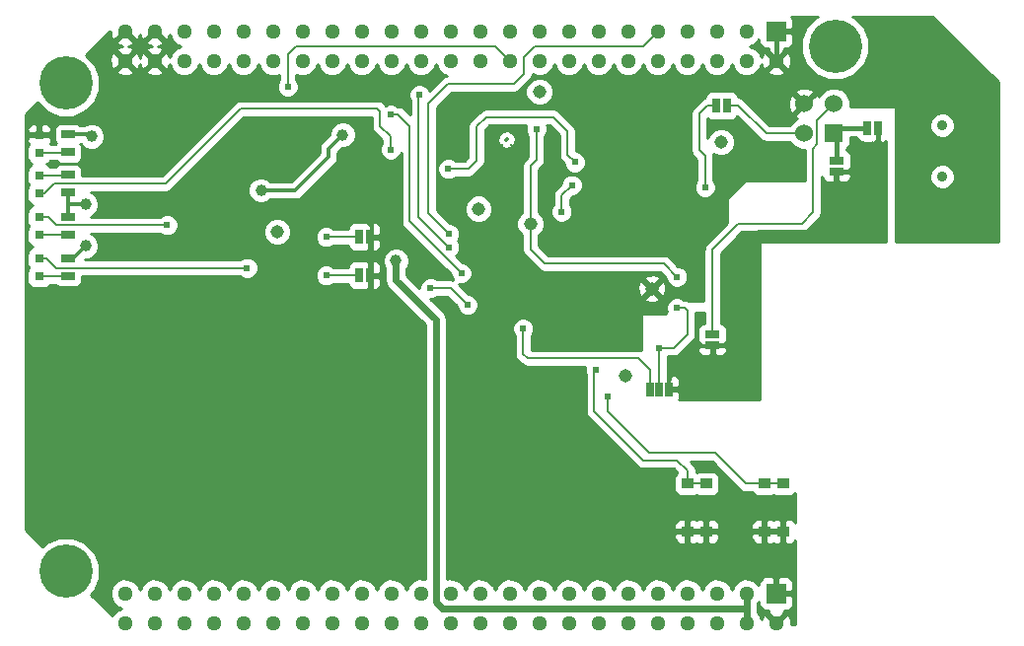
<source format=gtl>
G04 (created by PCBNEW (2013-05-31 BZR 4019)-stable) date 3/21/2014 3:32:42 PM*
%MOIN*%
G04 Gerber Fmt 3.4, Leading zero omitted, Abs format*
%FSLAX34Y34*%
G01*
G70*
G90*
G04 APERTURE LIST*
%ADD10C,0.00590551*%
%ADD11C,0.18*%
%ADD12R,0.065X0.065*%
%ADD13C,0.0512*%
%ADD14R,0.025X0.05*%
%ADD15R,0.05X0.025*%
%ADD16R,0.045X0.025*%
%ADD17C,0.045*%
%ADD18R,0.06X0.06*%
%ADD19C,0.06*%
%ADD20R,0.0393701X0.0354331*%
%ADD21C,0.0354*%
%ADD22R,0.0314X0.0314*%
%ADD23C,0.013*%
%ADD24C,0.039*%
%ADD25C,0.024*%
%ADD26C,0.05*%
%ADD27C,0.012*%
%ADD28C,0.024*%
%ADD29C,0.016*%
%ADD30C,0.008*%
%ADD31C,0.01*%
G04 APERTURE END LIST*
G54D10*
G54D11*
X74350Y-45650D03*
X100350Y-44400D03*
X74350Y-62150D03*
G54D12*
X98350Y-43900D03*
G54D13*
X98350Y-44900D03*
X97350Y-43900D03*
X97350Y-44900D03*
X96350Y-43900D03*
X96350Y-44900D03*
X95350Y-43900D03*
X95350Y-44900D03*
X94350Y-43900D03*
X94350Y-44900D03*
X93350Y-43900D03*
X93350Y-44900D03*
X92350Y-43900D03*
X92350Y-44900D03*
X91350Y-43900D03*
X91350Y-44900D03*
X90350Y-43900D03*
X90350Y-44900D03*
X89350Y-43900D03*
X89350Y-44900D03*
X88350Y-43900D03*
X88350Y-44900D03*
X87350Y-43900D03*
X87350Y-44900D03*
X86350Y-43900D03*
X86350Y-44900D03*
X85350Y-43900D03*
X85350Y-44900D03*
X84350Y-43900D03*
X84350Y-44900D03*
X83350Y-43900D03*
X83350Y-44900D03*
X82350Y-43900D03*
X82350Y-44900D03*
X81350Y-43900D03*
X81350Y-44900D03*
X80350Y-43900D03*
X80350Y-44900D03*
X79350Y-43900D03*
X79350Y-44900D03*
X78350Y-43900D03*
X78350Y-44900D03*
X77350Y-43900D03*
X77350Y-44900D03*
X76350Y-43900D03*
X76350Y-44900D03*
G54D12*
X98350Y-62900D03*
G54D13*
X98350Y-63900D03*
X97350Y-62900D03*
X97350Y-63900D03*
X96350Y-62900D03*
X96350Y-63900D03*
X95350Y-62900D03*
X95350Y-63900D03*
X94350Y-62900D03*
X94350Y-63900D03*
X93350Y-62900D03*
X93350Y-63900D03*
X92350Y-62900D03*
X92350Y-63900D03*
X91350Y-62900D03*
X91350Y-63900D03*
X90350Y-62900D03*
X90350Y-63900D03*
X89350Y-62900D03*
X89350Y-63900D03*
X88350Y-62900D03*
X88350Y-63900D03*
X87350Y-62900D03*
X87350Y-63900D03*
X86350Y-62900D03*
X86350Y-63900D03*
X85350Y-62900D03*
X85350Y-63900D03*
X84350Y-62900D03*
X84350Y-63900D03*
X83350Y-62900D03*
X83350Y-63900D03*
X82350Y-62900D03*
X82350Y-63900D03*
X81350Y-62900D03*
X81350Y-63900D03*
X80350Y-62900D03*
X80350Y-63900D03*
X79350Y-62900D03*
X79350Y-63900D03*
X78350Y-62900D03*
X78350Y-63900D03*
X77350Y-62900D03*
X77350Y-63900D03*
X76350Y-62900D03*
X76350Y-63900D03*
G54D14*
X84627Y-52150D03*
X84273Y-52150D03*
X101777Y-47160D03*
X101423Y-47160D03*
G54D15*
X100390Y-48627D03*
X100390Y-48273D03*
G54D14*
X96677Y-46400D03*
X96323Y-46400D03*
G54D16*
X74425Y-49350D03*
X74425Y-48750D03*
X74425Y-50175D03*
X74425Y-50775D03*
G54D17*
X81500Y-50675D03*
X96500Y-47650D03*
X90350Y-45950D03*
X90050Y-50400D03*
X88300Y-49900D03*
X94150Y-52600D03*
X93250Y-55550D03*
G54D18*
X100300Y-47350D03*
G54D19*
X99300Y-47350D03*
X100300Y-46350D03*
X99300Y-46350D03*
G54D20*
X98586Y-59192D03*
X97956Y-59192D03*
X98586Y-60807D03*
X97956Y-60807D03*
X95986Y-59192D03*
X95356Y-59192D03*
X95986Y-60807D03*
X95356Y-60807D03*
G54D14*
X84627Y-50850D03*
X84273Y-50850D03*
X94080Y-56000D03*
X94400Y-56000D03*
X94720Y-56000D03*
G54D21*
X103965Y-47084D03*
X103965Y-48816D03*
G54D22*
X73450Y-50770D03*
X73450Y-50180D03*
X73450Y-48780D03*
X73450Y-49370D03*
G54D15*
X96200Y-54502D03*
X96200Y-54148D03*
G54D16*
X74420Y-47990D03*
X74420Y-47390D03*
G54D22*
X73450Y-47995D03*
X73450Y-47405D03*
G54D23*
X92980Y-49070D03*
X92720Y-49070D03*
X92720Y-49330D03*
X92980Y-49330D03*
X92850Y-49200D03*
G54D16*
X74425Y-51575D03*
X74425Y-52175D03*
G54D22*
X73450Y-52170D03*
X73450Y-51580D03*
G54D23*
X89250Y-47550D03*
X89407Y-47353D03*
X89092Y-47353D03*
X89407Y-47746D03*
X89092Y-47746D03*
G54D24*
X75225Y-47450D03*
X85500Y-51650D03*
X80950Y-49275D03*
X83700Y-47400D03*
X95350Y-55200D03*
G54D25*
X83150Y-50850D03*
X83150Y-52150D03*
X95000Y-52200D03*
X90250Y-47200D03*
X89800Y-53950D03*
G54D24*
X75025Y-51150D03*
X75025Y-49750D03*
G54D25*
X87300Y-50750D03*
X92650Y-56250D03*
X85325Y-46725D03*
X87725Y-52075D03*
X86300Y-46050D03*
X87300Y-51200D03*
X81850Y-45775D03*
X95950Y-49175D03*
X87925Y-53150D03*
X86675Y-52575D03*
X80475Y-51900D03*
X91550Y-48325D03*
X87275Y-48550D03*
X85325Y-47900D03*
X95000Y-53250D03*
X94400Y-54600D03*
X92250Y-55350D03*
X91450Y-49100D03*
X91100Y-50000D03*
X77775Y-50450D03*
G54D24*
X94250Y-49575D03*
X91800Y-50125D03*
X90775Y-48925D03*
X91375Y-46275D03*
X95250Y-50550D03*
X84260Y-53320D03*
G54D26*
X89550Y-52000D03*
G54D27*
X74420Y-47390D02*
X75165Y-47390D01*
X75165Y-47390D02*
X75225Y-47450D01*
G54D28*
X86850Y-53650D02*
X85500Y-52300D01*
X86850Y-63175D02*
X87075Y-63400D01*
X97350Y-63400D02*
X87075Y-63400D01*
X86850Y-53650D02*
X86850Y-63175D01*
X85500Y-52300D02*
X85500Y-51650D01*
G54D27*
X83225Y-47875D02*
X83700Y-47400D01*
X83225Y-48150D02*
X83225Y-47875D01*
X82100Y-49275D02*
X83225Y-48150D01*
X80950Y-49275D02*
X82100Y-49275D01*
G54D28*
X97350Y-62900D02*
X97350Y-63400D01*
X97350Y-63400D02*
X97350Y-63900D01*
G54D29*
X96200Y-54502D02*
X96838Y-54502D01*
X100390Y-50160D02*
X100390Y-48627D01*
X99890Y-50660D02*
X100390Y-50160D01*
X97770Y-50660D02*
X99890Y-50660D01*
X97370Y-51060D02*
X97770Y-50660D01*
X97370Y-53970D02*
X97370Y-51060D01*
X96838Y-54502D02*
X97370Y-53970D01*
X100390Y-48627D02*
X101213Y-48627D01*
X101213Y-48627D02*
X101777Y-48063D01*
X101777Y-48063D02*
X101777Y-47160D01*
G54D27*
X96200Y-54502D02*
X96200Y-55100D01*
X96200Y-55100D02*
X96100Y-55200D01*
X96100Y-55200D02*
X95350Y-55200D01*
X95350Y-55200D02*
X95350Y-55175D01*
X94720Y-56000D02*
X94720Y-55630D01*
X94720Y-55630D02*
X95150Y-55200D01*
X95150Y-55200D02*
X95350Y-55200D01*
G54D30*
X83150Y-50850D02*
X84273Y-50850D01*
X83150Y-52150D02*
X84273Y-52150D01*
G54D29*
X101423Y-47160D02*
X100490Y-47160D01*
X100490Y-47160D02*
X100300Y-47350D01*
X100390Y-48273D02*
X100390Y-47440D01*
X100390Y-47440D02*
X100300Y-47350D01*
G54D30*
X96677Y-46400D02*
X97060Y-46400D01*
X98010Y-47350D02*
X99300Y-47350D01*
X97060Y-46400D02*
X98010Y-47350D01*
X90525Y-51750D02*
X94550Y-51750D01*
X90050Y-51275D02*
X90525Y-51750D01*
X95000Y-52200D02*
X94550Y-51750D01*
X90050Y-51275D02*
X90050Y-50400D01*
X90050Y-50400D02*
X90050Y-48450D01*
X90250Y-48250D02*
X90250Y-47200D01*
X90050Y-48450D02*
X90250Y-48250D01*
X94080Y-56000D02*
X94080Y-55330D01*
X89800Y-54800D02*
X89800Y-53950D01*
X89950Y-54950D02*
X89800Y-54800D01*
X93700Y-54950D02*
X89950Y-54950D01*
X94080Y-55330D02*
X93700Y-54950D01*
G54D27*
X74600Y-51575D02*
X74425Y-51575D01*
X75025Y-51150D02*
X74600Y-51575D01*
X74425Y-49750D02*
X75025Y-49750D01*
X74425Y-49350D02*
X74425Y-49750D01*
X74425Y-49750D02*
X74425Y-50175D01*
G54D30*
X86600Y-50050D02*
X87300Y-50750D01*
X86600Y-50050D02*
X86600Y-46350D01*
X86600Y-46350D02*
X87275Y-45675D01*
X87275Y-45675D02*
X89500Y-45675D01*
X89500Y-45675D02*
X89825Y-45350D01*
X89825Y-45350D02*
X89825Y-44775D01*
X89825Y-44775D02*
X90200Y-44400D01*
X90200Y-44400D02*
X93850Y-44400D01*
X93850Y-44400D02*
X94350Y-43900D01*
X97342Y-59192D02*
X96300Y-58150D01*
X96300Y-58150D02*
X94050Y-58150D01*
X94050Y-58150D02*
X92650Y-56750D01*
X92650Y-56750D02*
X92650Y-56250D01*
X97342Y-59192D02*
X97956Y-59192D01*
X98586Y-59192D02*
X97956Y-59192D01*
X85325Y-46725D02*
X85575Y-46725D01*
X85975Y-47125D02*
X85975Y-50325D01*
X85575Y-46725D02*
X85975Y-47125D01*
X85975Y-50325D02*
X87725Y-52075D01*
X86300Y-46050D02*
X86275Y-46075D01*
X86275Y-46075D02*
X86275Y-50175D01*
X86275Y-50175D02*
X87300Y-51200D01*
X88850Y-44400D02*
X89350Y-44900D01*
X82125Y-44400D02*
X88850Y-44400D01*
X81850Y-44675D02*
X82125Y-44400D01*
X81850Y-45775D02*
X81850Y-44675D01*
X99740Y-47720D02*
X99740Y-46910D01*
X99740Y-46910D02*
X100300Y-46350D01*
X96200Y-51275D02*
X96200Y-54148D01*
X97075Y-50400D02*
X96200Y-51275D01*
X99225Y-50400D02*
X97075Y-50400D01*
X99600Y-50025D02*
X99225Y-50400D01*
X99600Y-47860D02*
X99600Y-50025D01*
X99742Y-47717D02*
X99740Y-47720D01*
X99740Y-47720D02*
X99600Y-47860D01*
X96323Y-46400D02*
X96025Y-46400D01*
X95950Y-48125D02*
X95950Y-49175D01*
X95750Y-47925D02*
X95950Y-48125D01*
X95750Y-46675D02*
X95750Y-47925D01*
X96025Y-46400D02*
X95750Y-46675D01*
X73450Y-51580D02*
X73705Y-51580D01*
X87350Y-52575D02*
X87925Y-53150D01*
X86675Y-52575D02*
X87350Y-52575D01*
X74025Y-51900D02*
X80475Y-51900D01*
X73705Y-51580D02*
X74025Y-51900D01*
X73450Y-49370D02*
X73630Y-49370D01*
X91550Y-48325D02*
X91300Y-48075D01*
X91300Y-48075D02*
X91300Y-47275D01*
X91300Y-47275D02*
X90825Y-46800D01*
X90825Y-46800D02*
X88550Y-46800D01*
X88550Y-46800D02*
X88225Y-47125D01*
X88225Y-47125D02*
X88225Y-48275D01*
X88225Y-48275D02*
X87950Y-48550D01*
X87950Y-48550D02*
X87275Y-48550D01*
X85325Y-47900D02*
X85325Y-47450D01*
X85325Y-47450D02*
X84975Y-47100D01*
X84975Y-47100D02*
X84975Y-46625D01*
X84975Y-46625D02*
X84875Y-46525D01*
X84875Y-46525D02*
X80250Y-46525D01*
X77725Y-49050D02*
X80250Y-46525D01*
X73950Y-49050D02*
X77725Y-49050D01*
X73630Y-49370D02*
X73950Y-49050D01*
X94400Y-54600D02*
X94900Y-54600D01*
X95000Y-53250D02*
X95250Y-53250D01*
X95250Y-53250D02*
X95350Y-53350D01*
X95350Y-54150D02*
X95350Y-53350D01*
X94900Y-54600D02*
X95350Y-54150D01*
X94400Y-56000D02*
X94400Y-54600D01*
X95356Y-58756D02*
X95356Y-59192D01*
X95000Y-58400D02*
X95356Y-58756D01*
X93850Y-58400D02*
X95000Y-58400D01*
X92200Y-56750D02*
X93850Y-58400D01*
X92200Y-55400D02*
X92200Y-56750D01*
X92250Y-55350D02*
X92200Y-55400D01*
X95986Y-59192D02*
X95356Y-59192D01*
X91450Y-49100D02*
X91100Y-49450D01*
X91100Y-49450D02*
X91100Y-50000D01*
X74025Y-50450D02*
X73755Y-50180D01*
X77775Y-50450D02*
X74025Y-50450D01*
X73755Y-50180D02*
X73450Y-50180D01*
G54D27*
X89250Y-47550D02*
X89240Y-47560D01*
G54D29*
X98350Y-43900D02*
X98350Y-44900D01*
G54D27*
X84627Y-52953D02*
X84260Y-53320D01*
X84627Y-52150D02*
X84627Y-52953D01*
X95986Y-60807D02*
X97956Y-60807D01*
X97956Y-60807D02*
X97956Y-61706D01*
X97956Y-61706D02*
X98350Y-62100D01*
X98350Y-62100D02*
X98350Y-62900D01*
X84627Y-50850D02*
X84627Y-52150D01*
G54D29*
X95986Y-60807D02*
X95356Y-60807D01*
X98586Y-60807D02*
X97956Y-60807D01*
G54D30*
X73450Y-47995D02*
X74415Y-47995D01*
X74415Y-47995D02*
X74420Y-47990D01*
X73450Y-52170D02*
X74420Y-52170D01*
X74420Y-52170D02*
X74425Y-52175D01*
X73450Y-48780D02*
X74395Y-48780D01*
X74395Y-48780D02*
X74425Y-48750D01*
X73450Y-50770D02*
X74420Y-50770D01*
X74420Y-50770D02*
X74425Y-50775D01*
G54D10*
G36*
X102050Y-51000D02*
X100890Y-51000D01*
X100890Y-48801D01*
X100890Y-48739D01*
X100827Y-48677D01*
X100440Y-48677D01*
X100440Y-48939D01*
X100502Y-49002D01*
X100590Y-49002D01*
X100689Y-49001D01*
X100781Y-48963D01*
X100852Y-48893D01*
X100890Y-48801D01*
X100890Y-51000D01*
X97800Y-51000D01*
X97800Y-56350D01*
X96700Y-56350D01*
X96700Y-54676D01*
X96700Y-54614D01*
X96637Y-54552D01*
X96250Y-54552D01*
X96250Y-54814D01*
X96312Y-54877D01*
X96400Y-54877D01*
X96499Y-54876D01*
X96591Y-54838D01*
X96662Y-54768D01*
X96700Y-54676D01*
X96700Y-56350D01*
X96150Y-56350D01*
X96150Y-54814D01*
X96150Y-54552D01*
X95762Y-54552D01*
X95700Y-54614D01*
X95699Y-54676D01*
X95737Y-54768D01*
X95808Y-54838D01*
X95900Y-54876D01*
X95999Y-54877D01*
X96087Y-54877D01*
X96150Y-54814D01*
X96150Y-56350D01*
X95074Y-56350D01*
X95094Y-56299D01*
X95095Y-56200D01*
X95095Y-56112D01*
X95032Y-56050D01*
X94775Y-56050D01*
X94775Y-55950D01*
X95032Y-55950D01*
X95095Y-55887D01*
X95095Y-55799D01*
X95094Y-55700D01*
X95056Y-55608D01*
X94986Y-55537D01*
X94894Y-55499D01*
X94832Y-55500D01*
X94770Y-55562D01*
X94770Y-55688D01*
X94737Y-55608D01*
X94690Y-55561D01*
X94690Y-54890D01*
X94900Y-54890D01*
X95010Y-54867D01*
X95105Y-54805D01*
X95555Y-54355D01*
X95617Y-54260D01*
X95640Y-54150D01*
X95640Y-53400D01*
X95910Y-53400D01*
X95910Y-53772D01*
X95900Y-53772D01*
X95808Y-53810D01*
X95738Y-53881D01*
X95700Y-53973D01*
X95699Y-54072D01*
X95699Y-54322D01*
X95700Y-54325D01*
X95699Y-54327D01*
X95700Y-54389D01*
X95762Y-54452D01*
X95775Y-54452D01*
X95808Y-54484D01*
X95900Y-54522D01*
X95999Y-54523D01*
X96499Y-54523D01*
X96591Y-54485D01*
X96624Y-54452D01*
X96637Y-54452D01*
X96700Y-54389D01*
X96700Y-54327D01*
X96699Y-54325D01*
X96699Y-54322D01*
X96700Y-54223D01*
X96700Y-53973D01*
X96662Y-53881D01*
X96591Y-53811D01*
X96499Y-53773D01*
X96490Y-53773D01*
X96490Y-51405D01*
X97000Y-50895D01*
X97000Y-50885D01*
X97195Y-50690D01*
X99225Y-50690D01*
X99335Y-50667D01*
X99430Y-50605D01*
X99805Y-50230D01*
X99867Y-50135D01*
X99890Y-50025D01*
X99890Y-49250D01*
X99900Y-49250D01*
X99900Y-48825D01*
X99927Y-48893D01*
X99998Y-48963D01*
X100090Y-49001D01*
X100189Y-49002D01*
X100277Y-49002D01*
X100340Y-48939D01*
X100340Y-48677D01*
X100332Y-48677D01*
X100332Y-48648D01*
X100689Y-48648D01*
X100781Y-48610D01*
X100814Y-48577D01*
X100827Y-48577D01*
X100890Y-48514D01*
X100890Y-48452D01*
X100889Y-48450D01*
X100889Y-48447D01*
X100890Y-48348D01*
X100890Y-48098D01*
X100852Y-48006D01*
X100781Y-47936D01*
X100720Y-47910D01*
X100720Y-47870D01*
X100741Y-47862D01*
X100811Y-47791D01*
X100849Y-47699D01*
X100850Y-47600D01*
X100850Y-47490D01*
X101060Y-47490D01*
X101085Y-47551D01*
X101156Y-47621D01*
X101248Y-47659D01*
X101347Y-47660D01*
X101597Y-47660D01*
X101600Y-47659D01*
X101602Y-47660D01*
X101664Y-47660D01*
X101727Y-47597D01*
X101727Y-47584D01*
X101759Y-47551D01*
X101797Y-47459D01*
X101798Y-47360D01*
X101798Y-47102D01*
X101827Y-47102D01*
X101827Y-47110D01*
X101834Y-47110D01*
X101834Y-47210D01*
X101827Y-47210D01*
X101827Y-47597D01*
X101889Y-47660D01*
X101951Y-47660D01*
X102043Y-47622D01*
X102050Y-47615D01*
X102050Y-51000D01*
X102050Y-51000D01*
G37*
G54D31*
X102050Y-51000D02*
X100890Y-51000D01*
X100890Y-48801D01*
X100890Y-48739D01*
X100827Y-48677D01*
X100440Y-48677D01*
X100440Y-48939D01*
X100502Y-49002D01*
X100590Y-49002D01*
X100689Y-49001D01*
X100781Y-48963D01*
X100852Y-48893D01*
X100890Y-48801D01*
X100890Y-51000D01*
X97800Y-51000D01*
X97800Y-56350D01*
X96700Y-56350D01*
X96700Y-54676D01*
X96700Y-54614D01*
X96637Y-54552D01*
X96250Y-54552D01*
X96250Y-54814D01*
X96312Y-54877D01*
X96400Y-54877D01*
X96499Y-54876D01*
X96591Y-54838D01*
X96662Y-54768D01*
X96700Y-54676D01*
X96700Y-56350D01*
X96150Y-56350D01*
X96150Y-54814D01*
X96150Y-54552D01*
X95762Y-54552D01*
X95700Y-54614D01*
X95699Y-54676D01*
X95737Y-54768D01*
X95808Y-54838D01*
X95900Y-54876D01*
X95999Y-54877D01*
X96087Y-54877D01*
X96150Y-54814D01*
X96150Y-56350D01*
X95074Y-56350D01*
X95094Y-56299D01*
X95095Y-56200D01*
X95095Y-56112D01*
X95032Y-56050D01*
X94775Y-56050D01*
X94775Y-55950D01*
X95032Y-55950D01*
X95095Y-55887D01*
X95095Y-55799D01*
X95094Y-55700D01*
X95056Y-55608D01*
X94986Y-55537D01*
X94894Y-55499D01*
X94832Y-55500D01*
X94770Y-55562D01*
X94770Y-55688D01*
X94737Y-55608D01*
X94690Y-55561D01*
X94690Y-54890D01*
X94900Y-54890D01*
X95010Y-54867D01*
X95105Y-54805D01*
X95555Y-54355D01*
X95617Y-54260D01*
X95640Y-54150D01*
X95640Y-53400D01*
X95910Y-53400D01*
X95910Y-53772D01*
X95900Y-53772D01*
X95808Y-53810D01*
X95738Y-53881D01*
X95700Y-53973D01*
X95699Y-54072D01*
X95699Y-54322D01*
X95700Y-54325D01*
X95699Y-54327D01*
X95700Y-54389D01*
X95762Y-54452D01*
X95775Y-54452D01*
X95808Y-54484D01*
X95900Y-54522D01*
X95999Y-54523D01*
X96499Y-54523D01*
X96591Y-54485D01*
X96624Y-54452D01*
X96637Y-54452D01*
X96700Y-54389D01*
X96700Y-54327D01*
X96699Y-54325D01*
X96699Y-54322D01*
X96700Y-54223D01*
X96700Y-53973D01*
X96662Y-53881D01*
X96591Y-53811D01*
X96499Y-53773D01*
X96490Y-53773D01*
X96490Y-51405D01*
X97000Y-50895D01*
X97000Y-50885D01*
X97195Y-50690D01*
X99225Y-50690D01*
X99335Y-50667D01*
X99430Y-50605D01*
X99805Y-50230D01*
X99867Y-50135D01*
X99890Y-50025D01*
X99890Y-49250D01*
X99900Y-49250D01*
X99900Y-48825D01*
X99927Y-48893D01*
X99998Y-48963D01*
X100090Y-49001D01*
X100189Y-49002D01*
X100277Y-49002D01*
X100340Y-48939D01*
X100340Y-48677D01*
X100332Y-48677D01*
X100332Y-48648D01*
X100689Y-48648D01*
X100781Y-48610D01*
X100814Y-48577D01*
X100827Y-48577D01*
X100890Y-48514D01*
X100890Y-48452D01*
X100889Y-48450D01*
X100889Y-48447D01*
X100890Y-48348D01*
X100890Y-48098D01*
X100852Y-48006D01*
X100781Y-47936D01*
X100720Y-47910D01*
X100720Y-47870D01*
X100741Y-47862D01*
X100811Y-47791D01*
X100849Y-47699D01*
X100850Y-47600D01*
X100850Y-47490D01*
X101060Y-47490D01*
X101085Y-47551D01*
X101156Y-47621D01*
X101248Y-47659D01*
X101347Y-47660D01*
X101597Y-47660D01*
X101600Y-47659D01*
X101602Y-47660D01*
X101664Y-47660D01*
X101727Y-47597D01*
X101727Y-47584D01*
X101759Y-47551D01*
X101797Y-47459D01*
X101798Y-47360D01*
X101798Y-47102D01*
X101827Y-47102D01*
X101827Y-47110D01*
X101834Y-47110D01*
X101834Y-47210D01*
X101827Y-47210D01*
X101827Y-47597D01*
X101889Y-47660D01*
X101951Y-47660D01*
X102043Y-47622D01*
X102050Y-47615D01*
X102050Y-51000D01*
G54D10*
G36*
X87427Y-52300D02*
X87350Y-52285D01*
X86908Y-52285D01*
X86884Y-52261D01*
X86748Y-52205D01*
X86601Y-52204D01*
X86465Y-52261D01*
X86361Y-52365D01*
X86305Y-52501D01*
X86304Y-52581D01*
X85870Y-52146D01*
X85870Y-51909D01*
X85877Y-51902D01*
X85944Y-51738D01*
X85945Y-51561D01*
X85877Y-51398D01*
X85752Y-51272D01*
X85588Y-51205D01*
X85411Y-51204D01*
X85248Y-51272D01*
X85122Y-51397D01*
X85055Y-51561D01*
X85054Y-51738D01*
X85122Y-51901D01*
X85130Y-51909D01*
X85130Y-52300D01*
X85158Y-52441D01*
X85238Y-52561D01*
X86480Y-53803D01*
X86480Y-62406D01*
X86451Y-62394D01*
X86249Y-62393D01*
X86063Y-62470D01*
X85921Y-62613D01*
X85849Y-62784D01*
X85779Y-62613D01*
X85637Y-62471D01*
X85451Y-62394D01*
X85249Y-62393D01*
X85063Y-62470D01*
X85002Y-62532D01*
X85002Y-52350D01*
X85002Y-51949D01*
X85002Y-51050D01*
X85002Y-50649D01*
X85001Y-50550D01*
X84963Y-50458D01*
X84893Y-50387D01*
X84801Y-50349D01*
X84739Y-50350D01*
X84677Y-50412D01*
X84677Y-50800D01*
X84939Y-50800D01*
X85002Y-50737D01*
X85002Y-50649D01*
X85002Y-51050D01*
X85002Y-50962D01*
X84939Y-50900D01*
X84677Y-50900D01*
X84677Y-51287D01*
X84739Y-51350D01*
X84801Y-51350D01*
X84893Y-51312D01*
X84963Y-51241D01*
X85001Y-51149D01*
X85002Y-51050D01*
X85002Y-51949D01*
X85001Y-51850D01*
X84963Y-51758D01*
X84893Y-51687D01*
X84801Y-51649D01*
X84739Y-51650D01*
X84677Y-51712D01*
X84677Y-52100D01*
X84939Y-52100D01*
X85002Y-52037D01*
X85002Y-51949D01*
X85002Y-52350D01*
X85002Y-52262D01*
X84939Y-52200D01*
X84677Y-52200D01*
X84677Y-52587D01*
X84739Y-52650D01*
X84801Y-52650D01*
X84893Y-52612D01*
X84963Y-52541D01*
X85001Y-52449D01*
X85002Y-52350D01*
X85002Y-62532D01*
X84921Y-62613D01*
X84849Y-62784D01*
X84779Y-62613D01*
X84648Y-62482D01*
X84648Y-52350D01*
X84648Y-51850D01*
X84648Y-51050D01*
X84648Y-50550D01*
X84610Y-50458D01*
X84577Y-50425D01*
X84577Y-50412D01*
X84514Y-50350D01*
X84452Y-50349D01*
X84450Y-50350D01*
X84447Y-50350D01*
X84348Y-50349D01*
X84145Y-50349D01*
X84145Y-47311D01*
X84077Y-47148D01*
X83952Y-47022D01*
X83788Y-46955D01*
X83611Y-46954D01*
X83448Y-47022D01*
X83322Y-47147D01*
X83255Y-47311D01*
X83254Y-47406D01*
X83005Y-47655D01*
X82938Y-47756D01*
X82915Y-47875D01*
X82915Y-48021D01*
X81971Y-48965D01*
X81269Y-48965D01*
X81202Y-48897D01*
X81038Y-48830D01*
X80861Y-48829D01*
X80698Y-48897D01*
X80572Y-49022D01*
X80505Y-49186D01*
X80504Y-49363D01*
X80572Y-49526D01*
X80697Y-49652D01*
X80861Y-49719D01*
X81038Y-49720D01*
X81201Y-49652D01*
X81269Y-49585D01*
X82100Y-49585D01*
X82218Y-49561D01*
X82319Y-49494D01*
X83444Y-48369D01*
X83511Y-48268D01*
X83535Y-48150D01*
X83535Y-48003D01*
X83693Y-47844D01*
X83788Y-47845D01*
X83951Y-47777D01*
X84077Y-47652D01*
X84144Y-47488D01*
X84145Y-47311D01*
X84145Y-50349D01*
X84098Y-50349D01*
X84006Y-50387D01*
X83936Y-50458D01*
X83898Y-50550D01*
X83898Y-50560D01*
X83383Y-50560D01*
X83359Y-50536D01*
X83223Y-50480D01*
X83076Y-50479D01*
X82940Y-50536D01*
X82836Y-50640D01*
X82780Y-50776D01*
X82779Y-50923D01*
X82836Y-51059D01*
X82940Y-51163D01*
X83076Y-51219D01*
X83223Y-51220D01*
X83359Y-51163D01*
X83383Y-51140D01*
X83897Y-51140D01*
X83897Y-51149D01*
X83935Y-51241D01*
X84006Y-51311D01*
X84098Y-51349D01*
X84197Y-51350D01*
X84447Y-51350D01*
X84450Y-51349D01*
X84452Y-51350D01*
X84514Y-51350D01*
X84577Y-51287D01*
X84577Y-51274D01*
X84609Y-51241D01*
X84647Y-51149D01*
X84648Y-51050D01*
X84648Y-51850D01*
X84610Y-51758D01*
X84577Y-51725D01*
X84577Y-51712D01*
X84514Y-51650D01*
X84452Y-51649D01*
X84450Y-51650D01*
X84447Y-51650D01*
X84348Y-51649D01*
X84098Y-51649D01*
X84006Y-51687D01*
X83936Y-51758D01*
X83898Y-51850D01*
X83898Y-51860D01*
X83383Y-51860D01*
X83359Y-51836D01*
X83223Y-51780D01*
X83076Y-51779D01*
X82940Y-51836D01*
X82836Y-51940D01*
X82780Y-52076D01*
X82779Y-52223D01*
X82836Y-52359D01*
X82940Y-52463D01*
X83076Y-52519D01*
X83223Y-52520D01*
X83359Y-52463D01*
X83383Y-52440D01*
X83897Y-52440D01*
X83897Y-52449D01*
X83935Y-52541D01*
X84006Y-52611D01*
X84098Y-52649D01*
X84197Y-52650D01*
X84447Y-52650D01*
X84450Y-52649D01*
X84452Y-52650D01*
X84514Y-52650D01*
X84577Y-52587D01*
X84577Y-52574D01*
X84609Y-52541D01*
X84647Y-52449D01*
X84648Y-52350D01*
X84648Y-62482D01*
X84637Y-62471D01*
X84451Y-62394D01*
X84249Y-62393D01*
X84063Y-62470D01*
X83921Y-62613D01*
X83849Y-62784D01*
X83779Y-62613D01*
X83637Y-62471D01*
X83451Y-62394D01*
X83249Y-62393D01*
X83063Y-62470D01*
X82921Y-62613D01*
X82849Y-62784D01*
X82779Y-62613D01*
X82637Y-62471D01*
X82451Y-62394D01*
X82249Y-62393D01*
X82063Y-62470D01*
X81975Y-62559D01*
X81975Y-50580D01*
X81902Y-50406D01*
X81769Y-50272D01*
X81594Y-50200D01*
X81405Y-50199D01*
X81231Y-50272D01*
X81097Y-50405D01*
X81025Y-50580D01*
X81024Y-50769D01*
X81097Y-50943D01*
X81230Y-51077D01*
X81405Y-51149D01*
X81594Y-51150D01*
X81768Y-51077D01*
X81902Y-50944D01*
X81974Y-50769D01*
X81975Y-50580D01*
X81975Y-62559D01*
X81921Y-62613D01*
X81849Y-62784D01*
X81779Y-62613D01*
X81637Y-62471D01*
X81451Y-62394D01*
X81249Y-62393D01*
X81063Y-62470D01*
X80921Y-62613D01*
X80849Y-62784D01*
X80779Y-62613D01*
X80637Y-62471D01*
X80451Y-62394D01*
X80249Y-62393D01*
X80063Y-62470D01*
X79921Y-62613D01*
X79849Y-62784D01*
X79779Y-62613D01*
X79637Y-62471D01*
X79451Y-62394D01*
X79249Y-62393D01*
X79063Y-62470D01*
X78921Y-62613D01*
X78849Y-62784D01*
X78779Y-62613D01*
X78637Y-62471D01*
X78451Y-62394D01*
X78249Y-62393D01*
X78063Y-62470D01*
X77921Y-62613D01*
X77849Y-62784D01*
X77779Y-62613D01*
X77637Y-62471D01*
X77451Y-62394D01*
X77249Y-62393D01*
X77063Y-62470D01*
X76921Y-62613D01*
X76849Y-62784D01*
X76779Y-62613D01*
X76637Y-62471D01*
X76451Y-62394D01*
X76249Y-62393D01*
X76063Y-62470D01*
X75921Y-62613D01*
X75844Y-62798D01*
X75843Y-63000D01*
X75920Y-63186D01*
X76063Y-63328D01*
X76234Y-63400D01*
X76063Y-63470D01*
X75921Y-63613D01*
X75910Y-63639D01*
X75198Y-62927D01*
X75324Y-62802D01*
X75499Y-62379D01*
X75500Y-61922D01*
X75325Y-61499D01*
X75002Y-61175D01*
X74579Y-61000D01*
X74122Y-60999D01*
X73699Y-61174D01*
X73572Y-61301D01*
X73000Y-60729D01*
X73000Y-46720D01*
X73397Y-46323D01*
X73697Y-46624D01*
X74120Y-46799D01*
X74577Y-46800D01*
X75000Y-46625D01*
X75324Y-46302D01*
X75499Y-45879D01*
X75500Y-45422D01*
X75325Y-44999D01*
X75023Y-44697D01*
X75820Y-43900D01*
X75843Y-43900D01*
X75850Y-44029D01*
X75905Y-44161D01*
X75995Y-44183D01*
X76279Y-43900D01*
X76350Y-43900D01*
X76420Y-43900D01*
X76704Y-44183D01*
X76794Y-44161D01*
X76849Y-44004D01*
X76850Y-44029D01*
X76905Y-44161D01*
X76995Y-44183D01*
X77279Y-43900D01*
X77420Y-43900D01*
X77704Y-44183D01*
X77794Y-44161D01*
X77847Y-44009D01*
X77920Y-44186D01*
X78063Y-44328D01*
X78234Y-44400D01*
X78063Y-44470D01*
X77921Y-44613D01*
X77850Y-44784D01*
X77849Y-44770D01*
X77794Y-44638D01*
X77704Y-44616D01*
X77633Y-44687D01*
X77633Y-44545D01*
X77611Y-44455D01*
X77454Y-44400D01*
X77479Y-44399D01*
X77611Y-44344D01*
X77633Y-44254D01*
X77350Y-43970D01*
X77066Y-44254D01*
X77088Y-44344D01*
X77245Y-44399D01*
X77220Y-44400D01*
X77088Y-44455D01*
X77066Y-44545D01*
X77350Y-44829D01*
X77633Y-44545D01*
X77633Y-44687D01*
X77420Y-44900D01*
X77704Y-45183D01*
X77794Y-45161D01*
X77847Y-45009D01*
X77920Y-45186D01*
X78063Y-45328D01*
X78248Y-45405D01*
X78450Y-45406D01*
X78636Y-45329D01*
X78778Y-45187D01*
X78850Y-45015D01*
X78920Y-45186D01*
X79063Y-45328D01*
X79248Y-45405D01*
X79450Y-45406D01*
X79636Y-45329D01*
X79778Y-45187D01*
X79850Y-45015D01*
X79920Y-45186D01*
X80063Y-45328D01*
X80248Y-45405D01*
X80450Y-45406D01*
X80636Y-45329D01*
X80778Y-45187D01*
X80850Y-45015D01*
X80920Y-45186D01*
X81063Y-45328D01*
X81248Y-45405D01*
X81450Y-45406D01*
X81560Y-45360D01*
X81560Y-45541D01*
X81536Y-45565D01*
X81480Y-45701D01*
X81479Y-45848D01*
X81536Y-45984D01*
X81640Y-46088D01*
X81776Y-46144D01*
X81923Y-46145D01*
X82059Y-46088D01*
X82163Y-45984D01*
X82219Y-45848D01*
X82220Y-45701D01*
X82163Y-45565D01*
X82140Y-45541D01*
X82140Y-45360D01*
X82248Y-45405D01*
X82450Y-45406D01*
X82636Y-45329D01*
X82778Y-45187D01*
X82850Y-45015D01*
X82920Y-45186D01*
X83063Y-45328D01*
X83248Y-45405D01*
X83450Y-45406D01*
X83636Y-45329D01*
X83778Y-45187D01*
X83850Y-45015D01*
X83920Y-45186D01*
X84063Y-45328D01*
X84248Y-45405D01*
X84450Y-45406D01*
X84636Y-45329D01*
X84778Y-45187D01*
X84850Y-45015D01*
X84920Y-45186D01*
X85063Y-45328D01*
X85248Y-45405D01*
X85450Y-45406D01*
X85636Y-45329D01*
X85778Y-45187D01*
X85850Y-45015D01*
X85920Y-45186D01*
X86063Y-45328D01*
X86248Y-45405D01*
X86450Y-45406D01*
X86636Y-45329D01*
X86778Y-45187D01*
X86850Y-45015D01*
X86920Y-45186D01*
X87063Y-45328D01*
X87223Y-45395D01*
X87164Y-45407D01*
X87069Y-45469D01*
X86638Y-45901D01*
X86613Y-45840D01*
X86509Y-45736D01*
X86373Y-45680D01*
X86226Y-45679D01*
X86090Y-45736D01*
X85986Y-45840D01*
X85930Y-45976D01*
X85929Y-46123D01*
X85985Y-46256D01*
X85985Y-46724D01*
X85780Y-46519D01*
X85685Y-46457D01*
X85575Y-46435D01*
X85558Y-46435D01*
X85534Y-46411D01*
X85398Y-46355D01*
X85251Y-46354D01*
X85155Y-46394D01*
X85080Y-46319D01*
X84985Y-46257D01*
X84875Y-46235D01*
X80250Y-46235D01*
X80139Y-46257D01*
X80044Y-46319D01*
X80044Y-46319D01*
X77633Y-48731D01*
X77633Y-45254D01*
X77350Y-44970D01*
X77279Y-45041D01*
X77279Y-44900D01*
X76995Y-44616D01*
X76905Y-44638D01*
X76850Y-44795D01*
X76849Y-44770D01*
X76794Y-44638D01*
X76704Y-44616D01*
X76633Y-44687D01*
X76633Y-44545D01*
X76611Y-44455D01*
X76454Y-44400D01*
X76479Y-44399D01*
X76611Y-44344D01*
X76633Y-44254D01*
X76350Y-43970D01*
X76066Y-44254D01*
X76088Y-44344D01*
X76245Y-44399D01*
X76220Y-44400D01*
X76088Y-44455D01*
X76066Y-44545D01*
X76350Y-44829D01*
X76633Y-44545D01*
X76633Y-44687D01*
X76420Y-44900D01*
X76704Y-45183D01*
X76794Y-45161D01*
X76849Y-45004D01*
X76850Y-45029D01*
X76905Y-45161D01*
X76995Y-45183D01*
X77279Y-44900D01*
X77279Y-45041D01*
X77066Y-45254D01*
X77088Y-45344D01*
X77278Y-45410D01*
X77479Y-45399D01*
X77611Y-45344D01*
X77633Y-45254D01*
X77633Y-48731D01*
X77604Y-48760D01*
X76633Y-48760D01*
X76633Y-45254D01*
X76350Y-44970D01*
X76279Y-45041D01*
X76279Y-44900D01*
X75995Y-44616D01*
X75905Y-44638D01*
X75839Y-44828D01*
X75850Y-45029D01*
X75905Y-45161D01*
X75995Y-45183D01*
X76279Y-44900D01*
X76279Y-45041D01*
X76066Y-45254D01*
X76088Y-45344D01*
X76278Y-45410D01*
X76479Y-45399D01*
X76611Y-45344D01*
X76633Y-45254D01*
X76633Y-48760D01*
X74900Y-48760D01*
X74900Y-48575D01*
X74862Y-48483D01*
X74791Y-48413D01*
X74699Y-48375D01*
X74600Y-48374D01*
X74150Y-48374D01*
X74058Y-48412D01*
X73988Y-48483D01*
X73985Y-48490D01*
X73822Y-48490D01*
X73819Y-48481D01*
X73748Y-48411D01*
X73691Y-48387D01*
X73748Y-48364D01*
X73818Y-48293D01*
X73822Y-48285D01*
X74011Y-48285D01*
X74053Y-48326D01*
X74145Y-48364D01*
X74244Y-48365D01*
X74694Y-48365D01*
X74786Y-48327D01*
X74856Y-48256D01*
X74894Y-48164D01*
X74895Y-48065D01*
X74895Y-47815D01*
X74857Y-47723D01*
X74833Y-47700D01*
X74846Y-47700D01*
X74847Y-47701D01*
X74972Y-47827D01*
X75136Y-47894D01*
X75313Y-47895D01*
X75476Y-47827D01*
X75602Y-47702D01*
X75669Y-47538D01*
X75670Y-47361D01*
X75602Y-47198D01*
X75477Y-47072D01*
X75313Y-47005D01*
X75136Y-47004D01*
X74973Y-47072D01*
X74965Y-47080D01*
X74813Y-47080D01*
X74786Y-47053D01*
X74694Y-47015D01*
X74595Y-47014D01*
X74145Y-47014D01*
X74053Y-47052D01*
X73983Y-47123D01*
X73945Y-47215D01*
X73944Y-47314D01*
X73944Y-47564D01*
X73982Y-47656D01*
X74016Y-47689D01*
X74001Y-47705D01*
X73822Y-47705D01*
X73820Y-47700D01*
X73857Y-47611D01*
X73857Y-47198D01*
X73819Y-47106D01*
X73748Y-47036D01*
X73656Y-46998D01*
X73557Y-46997D01*
X73562Y-46998D01*
X73500Y-47060D01*
X73500Y-47355D01*
X73794Y-47355D01*
X73857Y-47292D01*
X73857Y-47198D01*
X73857Y-47611D01*
X73857Y-47517D01*
X73794Y-47455D01*
X73500Y-47455D01*
X73500Y-47462D01*
X73400Y-47462D01*
X73400Y-47455D01*
X73400Y-47355D01*
X73400Y-47060D01*
X73337Y-46998D01*
X73342Y-46997D01*
X73243Y-46998D01*
X73151Y-47036D01*
X73080Y-47106D01*
X73042Y-47198D01*
X73043Y-47292D01*
X73105Y-47355D01*
X73400Y-47355D01*
X73400Y-47455D01*
X73105Y-47455D01*
X73043Y-47517D01*
X73042Y-47611D01*
X73079Y-47700D01*
X73043Y-47788D01*
X73042Y-47887D01*
X73042Y-48201D01*
X73080Y-48293D01*
X73151Y-48363D01*
X73208Y-48387D01*
X73151Y-48410D01*
X73081Y-48481D01*
X73043Y-48573D01*
X73042Y-48672D01*
X73042Y-48986D01*
X73079Y-49075D01*
X73043Y-49163D01*
X73042Y-49262D01*
X73042Y-49576D01*
X73080Y-49668D01*
X73151Y-49738D01*
X73238Y-49775D01*
X73151Y-49810D01*
X73081Y-49881D01*
X73043Y-49973D01*
X73042Y-50072D01*
X73042Y-50386D01*
X73079Y-50475D01*
X73043Y-50563D01*
X73042Y-50662D01*
X73042Y-50976D01*
X73080Y-51068D01*
X73151Y-51138D01*
X73238Y-51175D01*
X73151Y-51210D01*
X73081Y-51281D01*
X73043Y-51373D01*
X73042Y-51472D01*
X73042Y-51786D01*
X73079Y-51875D01*
X73043Y-51963D01*
X73042Y-52062D01*
X73042Y-52376D01*
X73080Y-52468D01*
X73151Y-52538D01*
X73243Y-52576D01*
X73342Y-52577D01*
X73656Y-52577D01*
X73748Y-52539D01*
X73818Y-52468D01*
X73822Y-52460D01*
X74006Y-52460D01*
X74058Y-52511D01*
X74150Y-52549D01*
X74249Y-52550D01*
X74699Y-52550D01*
X74791Y-52512D01*
X74861Y-52441D01*
X74899Y-52349D01*
X74900Y-52250D01*
X74900Y-52190D01*
X80241Y-52190D01*
X80265Y-52213D01*
X80401Y-52269D01*
X80548Y-52270D01*
X80684Y-52213D01*
X80788Y-52109D01*
X80844Y-51973D01*
X80845Y-51826D01*
X80788Y-51690D01*
X80684Y-51586D01*
X80548Y-51530D01*
X80401Y-51529D01*
X80265Y-51586D01*
X80241Y-51610D01*
X75003Y-51610D01*
X75018Y-51594D01*
X75113Y-51595D01*
X75276Y-51527D01*
X75402Y-51402D01*
X75469Y-51238D01*
X75470Y-51061D01*
X75402Y-50898D01*
X75277Y-50772D01*
X75198Y-50740D01*
X77541Y-50740D01*
X77565Y-50763D01*
X77701Y-50819D01*
X77848Y-50820D01*
X77984Y-50763D01*
X78088Y-50659D01*
X78144Y-50523D01*
X78145Y-50376D01*
X78088Y-50240D01*
X77984Y-50136D01*
X77848Y-50080D01*
X77701Y-50079D01*
X77565Y-50136D01*
X77541Y-50160D01*
X75198Y-50160D01*
X75276Y-50127D01*
X75402Y-50002D01*
X75469Y-49838D01*
X75470Y-49661D01*
X75402Y-49498D01*
X75277Y-49372D01*
X75198Y-49340D01*
X77725Y-49340D01*
X77835Y-49317D01*
X77930Y-49255D01*
X80370Y-46815D01*
X84685Y-46815D01*
X84685Y-47100D01*
X84707Y-47210D01*
X84769Y-47305D01*
X85035Y-47570D01*
X85035Y-47666D01*
X85011Y-47690D01*
X84955Y-47826D01*
X84954Y-47973D01*
X85011Y-48109D01*
X85115Y-48213D01*
X85251Y-48269D01*
X85398Y-48270D01*
X85534Y-48213D01*
X85638Y-48109D01*
X85685Y-47997D01*
X85685Y-50325D01*
X85707Y-50435D01*
X85769Y-50530D01*
X87354Y-52115D01*
X87354Y-52148D01*
X87411Y-52284D01*
X87427Y-52300D01*
X87427Y-52300D01*
G37*
G54D31*
X87427Y-52300D02*
X87350Y-52285D01*
X86908Y-52285D01*
X86884Y-52261D01*
X86748Y-52205D01*
X86601Y-52204D01*
X86465Y-52261D01*
X86361Y-52365D01*
X86305Y-52501D01*
X86304Y-52581D01*
X85870Y-52146D01*
X85870Y-51909D01*
X85877Y-51902D01*
X85944Y-51738D01*
X85945Y-51561D01*
X85877Y-51398D01*
X85752Y-51272D01*
X85588Y-51205D01*
X85411Y-51204D01*
X85248Y-51272D01*
X85122Y-51397D01*
X85055Y-51561D01*
X85054Y-51738D01*
X85122Y-51901D01*
X85130Y-51909D01*
X85130Y-52300D01*
X85158Y-52441D01*
X85238Y-52561D01*
X86480Y-53803D01*
X86480Y-62406D01*
X86451Y-62394D01*
X86249Y-62393D01*
X86063Y-62470D01*
X85921Y-62613D01*
X85849Y-62784D01*
X85779Y-62613D01*
X85637Y-62471D01*
X85451Y-62394D01*
X85249Y-62393D01*
X85063Y-62470D01*
X85002Y-62532D01*
X85002Y-52350D01*
X85002Y-51949D01*
X85002Y-51050D01*
X85002Y-50649D01*
X85001Y-50550D01*
X84963Y-50458D01*
X84893Y-50387D01*
X84801Y-50349D01*
X84739Y-50350D01*
X84677Y-50412D01*
X84677Y-50800D01*
X84939Y-50800D01*
X85002Y-50737D01*
X85002Y-50649D01*
X85002Y-51050D01*
X85002Y-50962D01*
X84939Y-50900D01*
X84677Y-50900D01*
X84677Y-51287D01*
X84739Y-51350D01*
X84801Y-51350D01*
X84893Y-51312D01*
X84963Y-51241D01*
X85001Y-51149D01*
X85002Y-51050D01*
X85002Y-51949D01*
X85001Y-51850D01*
X84963Y-51758D01*
X84893Y-51687D01*
X84801Y-51649D01*
X84739Y-51650D01*
X84677Y-51712D01*
X84677Y-52100D01*
X84939Y-52100D01*
X85002Y-52037D01*
X85002Y-51949D01*
X85002Y-52350D01*
X85002Y-52262D01*
X84939Y-52200D01*
X84677Y-52200D01*
X84677Y-52587D01*
X84739Y-52650D01*
X84801Y-52650D01*
X84893Y-52612D01*
X84963Y-52541D01*
X85001Y-52449D01*
X85002Y-52350D01*
X85002Y-62532D01*
X84921Y-62613D01*
X84849Y-62784D01*
X84779Y-62613D01*
X84648Y-62482D01*
X84648Y-52350D01*
X84648Y-51850D01*
X84648Y-51050D01*
X84648Y-50550D01*
X84610Y-50458D01*
X84577Y-50425D01*
X84577Y-50412D01*
X84514Y-50350D01*
X84452Y-50349D01*
X84450Y-50350D01*
X84447Y-50350D01*
X84348Y-50349D01*
X84145Y-50349D01*
X84145Y-47311D01*
X84077Y-47148D01*
X83952Y-47022D01*
X83788Y-46955D01*
X83611Y-46954D01*
X83448Y-47022D01*
X83322Y-47147D01*
X83255Y-47311D01*
X83254Y-47406D01*
X83005Y-47655D01*
X82938Y-47756D01*
X82915Y-47875D01*
X82915Y-48021D01*
X81971Y-48965D01*
X81269Y-48965D01*
X81202Y-48897D01*
X81038Y-48830D01*
X80861Y-48829D01*
X80698Y-48897D01*
X80572Y-49022D01*
X80505Y-49186D01*
X80504Y-49363D01*
X80572Y-49526D01*
X80697Y-49652D01*
X80861Y-49719D01*
X81038Y-49720D01*
X81201Y-49652D01*
X81269Y-49585D01*
X82100Y-49585D01*
X82218Y-49561D01*
X82319Y-49494D01*
X83444Y-48369D01*
X83511Y-48268D01*
X83535Y-48150D01*
X83535Y-48003D01*
X83693Y-47844D01*
X83788Y-47845D01*
X83951Y-47777D01*
X84077Y-47652D01*
X84144Y-47488D01*
X84145Y-47311D01*
X84145Y-50349D01*
X84098Y-50349D01*
X84006Y-50387D01*
X83936Y-50458D01*
X83898Y-50550D01*
X83898Y-50560D01*
X83383Y-50560D01*
X83359Y-50536D01*
X83223Y-50480D01*
X83076Y-50479D01*
X82940Y-50536D01*
X82836Y-50640D01*
X82780Y-50776D01*
X82779Y-50923D01*
X82836Y-51059D01*
X82940Y-51163D01*
X83076Y-51219D01*
X83223Y-51220D01*
X83359Y-51163D01*
X83383Y-51140D01*
X83897Y-51140D01*
X83897Y-51149D01*
X83935Y-51241D01*
X84006Y-51311D01*
X84098Y-51349D01*
X84197Y-51350D01*
X84447Y-51350D01*
X84450Y-51349D01*
X84452Y-51350D01*
X84514Y-51350D01*
X84577Y-51287D01*
X84577Y-51274D01*
X84609Y-51241D01*
X84647Y-51149D01*
X84648Y-51050D01*
X84648Y-51850D01*
X84610Y-51758D01*
X84577Y-51725D01*
X84577Y-51712D01*
X84514Y-51650D01*
X84452Y-51649D01*
X84450Y-51650D01*
X84447Y-51650D01*
X84348Y-51649D01*
X84098Y-51649D01*
X84006Y-51687D01*
X83936Y-51758D01*
X83898Y-51850D01*
X83898Y-51860D01*
X83383Y-51860D01*
X83359Y-51836D01*
X83223Y-51780D01*
X83076Y-51779D01*
X82940Y-51836D01*
X82836Y-51940D01*
X82780Y-52076D01*
X82779Y-52223D01*
X82836Y-52359D01*
X82940Y-52463D01*
X83076Y-52519D01*
X83223Y-52520D01*
X83359Y-52463D01*
X83383Y-52440D01*
X83897Y-52440D01*
X83897Y-52449D01*
X83935Y-52541D01*
X84006Y-52611D01*
X84098Y-52649D01*
X84197Y-52650D01*
X84447Y-52650D01*
X84450Y-52649D01*
X84452Y-52650D01*
X84514Y-52650D01*
X84577Y-52587D01*
X84577Y-52574D01*
X84609Y-52541D01*
X84647Y-52449D01*
X84648Y-52350D01*
X84648Y-62482D01*
X84637Y-62471D01*
X84451Y-62394D01*
X84249Y-62393D01*
X84063Y-62470D01*
X83921Y-62613D01*
X83849Y-62784D01*
X83779Y-62613D01*
X83637Y-62471D01*
X83451Y-62394D01*
X83249Y-62393D01*
X83063Y-62470D01*
X82921Y-62613D01*
X82849Y-62784D01*
X82779Y-62613D01*
X82637Y-62471D01*
X82451Y-62394D01*
X82249Y-62393D01*
X82063Y-62470D01*
X81975Y-62559D01*
X81975Y-50580D01*
X81902Y-50406D01*
X81769Y-50272D01*
X81594Y-50200D01*
X81405Y-50199D01*
X81231Y-50272D01*
X81097Y-50405D01*
X81025Y-50580D01*
X81024Y-50769D01*
X81097Y-50943D01*
X81230Y-51077D01*
X81405Y-51149D01*
X81594Y-51150D01*
X81768Y-51077D01*
X81902Y-50944D01*
X81974Y-50769D01*
X81975Y-50580D01*
X81975Y-62559D01*
X81921Y-62613D01*
X81849Y-62784D01*
X81779Y-62613D01*
X81637Y-62471D01*
X81451Y-62394D01*
X81249Y-62393D01*
X81063Y-62470D01*
X80921Y-62613D01*
X80849Y-62784D01*
X80779Y-62613D01*
X80637Y-62471D01*
X80451Y-62394D01*
X80249Y-62393D01*
X80063Y-62470D01*
X79921Y-62613D01*
X79849Y-62784D01*
X79779Y-62613D01*
X79637Y-62471D01*
X79451Y-62394D01*
X79249Y-62393D01*
X79063Y-62470D01*
X78921Y-62613D01*
X78849Y-62784D01*
X78779Y-62613D01*
X78637Y-62471D01*
X78451Y-62394D01*
X78249Y-62393D01*
X78063Y-62470D01*
X77921Y-62613D01*
X77849Y-62784D01*
X77779Y-62613D01*
X77637Y-62471D01*
X77451Y-62394D01*
X77249Y-62393D01*
X77063Y-62470D01*
X76921Y-62613D01*
X76849Y-62784D01*
X76779Y-62613D01*
X76637Y-62471D01*
X76451Y-62394D01*
X76249Y-62393D01*
X76063Y-62470D01*
X75921Y-62613D01*
X75844Y-62798D01*
X75843Y-63000D01*
X75920Y-63186D01*
X76063Y-63328D01*
X76234Y-63400D01*
X76063Y-63470D01*
X75921Y-63613D01*
X75910Y-63639D01*
X75198Y-62927D01*
X75324Y-62802D01*
X75499Y-62379D01*
X75500Y-61922D01*
X75325Y-61499D01*
X75002Y-61175D01*
X74579Y-61000D01*
X74122Y-60999D01*
X73699Y-61174D01*
X73572Y-61301D01*
X73000Y-60729D01*
X73000Y-46720D01*
X73397Y-46323D01*
X73697Y-46624D01*
X74120Y-46799D01*
X74577Y-46800D01*
X75000Y-46625D01*
X75324Y-46302D01*
X75499Y-45879D01*
X75500Y-45422D01*
X75325Y-44999D01*
X75023Y-44697D01*
X75820Y-43900D01*
X75843Y-43900D01*
X75850Y-44029D01*
X75905Y-44161D01*
X75995Y-44183D01*
X76279Y-43900D01*
X76350Y-43900D01*
X76420Y-43900D01*
X76704Y-44183D01*
X76794Y-44161D01*
X76849Y-44004D01*
X76850Y-44029D01*
X76905Y-44161D01*
X76995Y-44183D01*
X77279Y-43900D01*
X77420Y-43900D01*
X77704Y-44183D01*
X77794Y-44161D01*
X77847Y-44009D01*
X77920Y-44186D01*
X78063Y-44328D01*
X78234Y-44400D01*
X78063Y-44470D01*
X77921Y-44613D01*
X77850Y-44784D01*
X77849Y-44770D01*
X77794Y-44638D01*
X77704Y-44616D01*
X77633Y-44687D01*
X77633Y-44545D01*
X77611Y-44455D01*
X77454Y-44400D01*
X77479Y-44399D01*
X77611Y-44344D01*
X77633Y-44254D01*
X77350Y-43970D01*
X77066Y-44254D01*
X77088Y-44344D01*
X77245Y-44399D01*
X77220Y-44400D01*
X77088Y-44455D01*
X77066Y-44545D01*
X77350Y-44829D01*
X77633Y-44545D01*
X77633Y-44687D01*
X77420Y-44900D01*
X77704Y-45183D01*
X77794Y-45161D01*
X77847Y-45009D01*
X77920Y-45186D01*
X78063Y-45328D01*
X78248Y-45405D01*
X78450Y-45406D01*
X78636Y-45329D01*
X78778Y-45187D01*
X78850Y-45015D01*
X78920Y-45186D01*
X79063Y-45328D01*
X79248Y-45405D01*
X79450Y-45406D01*
X79636Y-45329D01*
X79778Y-45187D01*
X79850Y-45015D01*
X79920Y-45186D01*
X80063Y-45328D01*
X80248Y-45405D01*
X80450Y-45406D01*
X80636Y-45329D01*
X80778Y-45187D01*
X80850Y-45015D01*
X80920Y-45186D01*
X81063Y-45328D01*
X81248Y-45405D01*
X81450Y-45406D01*
X81560Y-45360D01*
X81560Y-45541D01*
X81536Y-45565D01*
X81480Y-45701D01*
X81479Y-45848D01*
X81536Y-45984D01*
X81640Y-46088D01*
X81776Y-46144D01*
X81923Y-46145D01*
X82059Y-46088D01*
X82163Y-45984D01*
X82219Y-45848D01*
X82220Y-45701D01*
X82163Y-45565D01*
X82140Y-45541D01*
X82140Y-45360D01*
X82248Y-45405D01*
X82450Y-45406D01*
X82636Y-45329D01*
X82778Y-45187D01*
X82850Y-45015D01*
X82920Y-45186D01*
X83063Y-45328D01*
X83248Y-45405D01*
X83450Y-45406D01*
X83636Y-45329D01*
X83778Y-45187D01*
X83850Y-45015D01*
X83920Y-45186D01*
X84063Y-45328D01*
X84248Y-45405D01*
X84450Y-45406D01*
X84636Y-45329D01*
X84778Y-45187D01*
X84850Y-45015D01*
X84920Y-45186D01*
X85063Y-45328D01*
X85248Y-45405D01*
X85450Y-45406D01*
X85636Y-45329D01*
X85778Y-45187D01*
X85850Y-45015D01*
X85920Y-45186D01*
X86063Y-45328D01*
X86248Y-45405D01*
X86450Y-45406D01*
X86636Y-45329D01*
X86778Y-45187D01*
X86850Y-45015D01*
X86920Y-45186D01*
X87063Y-45328D01*
X87223Y-45395D01*
X87164Y-45407D01*
X87069Y-45469D01*
X86638Y-45901D01*
X86613Y-45840D01*
X86509Y-45736D01*
X86373Y-45680D01*
X86226Y-45679D01*
X86090Y-45736D01*
X85986Y-45840D01*
X85930Y-45976D01*
X85929Y-46123D01*
X85985Y-46256D01*
X85985Y-46724D01*
X85780Y-46519D01*
X85685Y-46457D01*
X85575Y-46435D01*
X85558Y-46435D01*
X85534Y-46411D01*
X85398Y-46355D01*
X85251Y-46354D01*
X85155Y-46394D01*
X85080Y-46319D01*
X84985Y-46257D01*
X84875Y-46235D01*
X80250Y-46235D01*
X80139Y-46257D01*
X80044Y-46319D01*
X80044Y-46319D01*
X77633Y-48731D01*
X77633Y-45254D01*
X77350Y-44970D01*
X77279Y-45041D01*
X77279Y-44900D01*
X76995Y-44616D01*
X76905Y-44638D01*
X76850Y-44795D01*
X76849Y-44770D01*
X76794Y-44638D01*
X76704Y-44616D01*
X76633Y-44687D01*
X76633Y-44545D01*
X76611Y-44455D01*
X76454Y-44400D01*
X76479Y-44399D01*
X76611Y-44344D01*
X76633Y-44254D01*
X76350Y-43970D01*
X76066Y-44254D01*
X76088Y-44344D01*
X76245Y-44399D01*
X76220Y-44400D01*
X76088Y-44455D01*
X76066Y-44545D01*
X76350Y-44829D01*
X76633Y-44545D01*
X76633Y-44687D01*
X76420Y-44900D01*
X76704Y-45183D01*
X76794Y-45161D01*
X76849Y-45004D01*
X76850Y-45029D01*
X76905Y-45161D01*
X76995Y-45183D01*
X77279Y-44900D01*
X77279Y-45041D01*
X77066Y-45254D01*
X77088Y-45344D01*
X77278Y-45410D01*
X77479Y-45399D01*
X77611Y-45344D01*
X77633Y-45254D01*
X77633Y-48731D01*
X77604Y-48760D01*
X76633Y-48760D01*
X76633Y-45254D01*
X76350Y-44970D01*
X76279Y-45041D01*
X76279Y-44900D01*
X75995Y-44616D01*
X75905Y-44638D01*
X75839Y-44828D01*
X75850Y-45029D01*
X75905Y-45161D01*
X75995Y-45183D01*
X76279Y-44900D01*
X76279Y-45041D01*
X76066Y-45254D01*
X76088Y-45344D01*
X76278Y-45410D01*
X76479Y-45399D01*
X76611Y-45344D01*
X76633Y-45254D01*
X76633Y-48760D01*
X74900Y-48760D01*
X74900Y-48575D01*
X74862Y-48483D01*
X74791Y-48413D01*
X74699Y-48375D01*
X74600Y-48374D01*
X74150Y-48374D01*
X74058Y-48412D01*
X73988Y-48483D01*
X73985Y-48490D01*
X73822Y-48490D01*
X73819Y-48481D01*
X73748Y-48411D01*
X73691Y-48387D01*
X73748Y-48364D01*
X73818Y-48293D01*
X73822Y-48285D01*
X74011Y-48285D01*
X74053Y-48326D01*
X74145Y-48364D01*
X74244Y-48365D01*
X74694Y-48365D01*
X74786Y-48327D01*
X74856Y-48256D01*
X74894Y-48164D01*
X74895Y-48065D01*
X74895Y-47815D01*
X74857Y-47723D01*
X74833Y-47700D01*
X74846Y-47700D01*
X74847Y-47701D01*
X74972Y-47827D01*
X75136Y-47894D01*
X75313Y-47895D01*
X75476Y-47827D01*
X75602Y-47702D01*
X75669Y-47538D01*
X75670Y-47361D01*
X75602Y-47198D01*
X75477Y-47072D01*
X75313Y-47005D01*
X75136Y-47004D01*
X74973Y-47072D01*
X74965Y-47080D01*
X74813Y-47080D01*
X74786Y-47053D01*
X74694Y-47015D01*
X74595Y-47014D01*
X74145Y-47014D01*
X74053Y-47052D01*
X73983Y-47123D01*
X73945Y-47215D01*
X73944Y-47314D01*
X73944Y-47564D01*
X73982Y-47656D01*
X74016Y-47689D01*
X74001Y-47705D01*
X73822Y-47705D01*
X73820Y-47700D01*
X73857Y-47611D01*
X73857Y-47198D01*
X73819Y-47106D01*
X73748Y-47036D01*
X73656Y-46998D01*
X73557Y-46997D01*
X73562Y-46998D01*
X73500Y-47060D01*
X73500Y-47355D01*
X73794Y-47355D01*
X73857Y-47292D01*
X73857Y-47198D01*
X73857Y-47611D01*
X73857Y-47517D01*
X73794Y-47455D01*
X73500Y-47455D01*
X73500Y-47462D01*
X73400Y-47462D01*
X73400Y-47455D01*
X73400Y-47355D01*
X73400Y-47060D01*
X73337Y-46998D01*
X73342Y-46997D01*
X73243Y-46998D01*
X73151Y-47036D01*
X73080Y-47106D01*
X73042Y-47198D01*
X73043Y-47292D01*
X73105Y-47355D01*
X73400Y-47355D01*
X73400Y-47455D01*
X73105Y-47455D01*
X73043Y-47517D01*
X73042Y-47611D01*
X73079Y-47700D01*
X73043Y-47788D01*
X73042Y-47887D01*
X73042Y-48201D01*
X73080Y-48293D01*
X73151Y-48363D01*
X73208Y-48387D01*
X73151Y-48410D01*
X73081Y-48481D01*
X73043Y-48573D01*
X73042Y-48672D01*
X73042Y-48986D01*
X73079Y-49075D01*
X73043Y-49163D01*
X73042Y-49262D01*
X73042Y-49576D01*
X73080Y-49668D01*
X73151Y-49738D01*
X73238Y-49775D01*
X73151Y-49810D01*
X73081Y-49881D01*
X73043Y-49973D01*
X73042Y-50072D01*
X73042Y-50386D01*
X73079Y-50475D01*
X73043Y-50563D01*
X73042Y-50662D01*
X73042Y-50976D01*
X73080Y-51068D01*
X73151Y-51138D01*
X73238Y-51175D01*
X73151Y-51210D01*
X73081Y-51281D01*
X73043Y-51373D01*
X73042Y-51472D01*
X73042Y-51786D01*
X73079Y-51875D01*
X73043Y-51963D01*
X73042Y-52062D01*
X73042Y-52376D01*
X73080Y-52468D01*
X73151Y-52538D01*
X73243Y-52576D01*
X73342Y-52577D01*
X73656Y-52577D01*
X73748Y-52539D01*
X73818Y-52468D01*
X73822Y-52460D01*
X74006Y-52460D01*
X74058Y-52511D01*
X74150Y-52549D01*
X74249Y-52550D01*
X74699Y-52550D01*
X74791Y-52512D01*
X74861Y-52441D01*
X74899Y-52349D01*
X74900Y-52250D01*
X74900Y-52190D01*
X80241Y-52190D01*
X80265Y-52213D01*
X80401Y-52269D01*
X80548Y-52270D01*
X80684Y-52213D01*
X80788Y-52109D01*
X80844Y-51973D01*
X80845Y-51826D01*
X80788Y-51690D01*
X80684Y-51586D01*
X80548Y-51530D01*
X80401Y-51529D01*
X80265Y-51586D01*
X80241Y-51610D01*
X75003Y-51610D01*
X75018Y-51594D01*
X75113Y-51595D01*
X75276Y-51527D01*
X75402Y-51402D01*
X75469Y-51238D01*
X75470Y-51061D01*
X75402Y-50898D01*
X75277Y-50772D01*
X75198Y-50740D01*
X77541Y-50740D01*
X77565Y-50763D01*
X77701Y-50819D01*
X77848Y-50820D01*
X77984Y-50763D01*
X78088Y-50659D01*
X78144Y-50523D01*
X78145Y-50376D01*
X78088Y-50240D01*
X77984Y-50136D01*
X77848Y-50080D01*
X77701Y-50079D01*
X77565Y-50136D01*
X77541Y-50160D01*
X75198Y-50160D01*
X75276Y-50127D01*
X75402Y-50002D01*
X75469Y-49838D01*
X75470Y-49661D01*
X75402Y-49498D01*
X75277Y-49372D01*
X75198Y-49340D01*
X77725Y-49340D01*
X77835Y-49317D01*
X77930Y-49255D01*
X80370Y-46815D01*
X84685Y-46815D01*
X84685Y-47100D01*
X84707Y-47210D01*
X84769Y-47305D01*
X85035Y-47570D01*
X85035Y-47666D01*
X85011Y-47690D01*
X84955Y-47826D01*
X84954Y-47973D01*
X85011Y-48109D01*
X85115Y-48213D01*
X85251Y-48269D01*
X85398Y-48270D01*
X85534Y-48213D01*
X85638Y-48109D01*
X85685Y-47997D01*
X85685Y-50325D01*
X85707Y-50435D01*
X85769Y-50530D01*
X87354Y-52115D01*
X87354Y-52148D01*
X87411Y-52284D01*
X87427Y-52300D01*
G54D10*
G36*
X105850Y-51000D02*
X104392Y-51000D01*
X104392Y-48731D01*
X104392Y-46999D01*
X104327Y-46842D01*
X104207Y-46722D01*
X104050Y-46657D01*
X103880Y-46656D01*
X103723Y-46721D01*
X103603Y-46841D01*
X103538Y-46998D01*
X103537Y-47168D01*
X103602Y-47325D01*
X103722Y-47445D01*
X103879Y-47510D01*
X104049Y-47511D01*
X104206Y-47446D01*
X104326Y-47326D01*
X104391Y-47169D01*
X104392Y-46999D01*
X104392Y-48731D01*
X104327Y-48574D01*
X104207Y-48454D01*
X104050Y-48389D01*
X103880Y-48388D01*
X103723Y-48453D01*
X103603Y-48573D01*
X103538Y-48730D01*
X103537Y-48900D01*
X103602Y-49057D01*
X103722Y-49177D01*
X103879Y-49242D01*
X104049Y-49243D01*
X104206Y-49178D01*
X104326Y-49058D01*
X104391Y-48901D01*
X104392Y-48731D01*
X104392Y-51000D01*
X102400Y-51000D01*
X102400Y-46450D01*
X100849Y-46450D01*
X100850Y-46241D01*
X100766Y-46038D01*
X100611Y-45884D01*
X100409Y-45800D01*
X100191Y-45799D01*
X99988Y-45883D01*
X99834Y-46038D01*
X99802Y-46113D01*
X99781Y-46062D01*
X99685Y-46034D01*
X99615Y-46105D01*
X99615Y-45964D01*
X99587Y-45868D01*
X99381Y-45795D01*
X99163Y-45806D01*
X99012Y-45868D01*
X98984Y-45964D01*
X99300Y-46279D01*
X99615Y-45964D01*
X99615Y-46105D01*
X99370Y-46350D01*
X99376Y-46355D01*
X99305Y-46426D01*
X99300Y-46420D01*
X99229Y-46491D01*
X99229Y-46350D01*
X98914Y-46034D01*
X98860Y-46050D01*
X98860Y-44971D01*
X98849Y-44770D01*
X98794Y-44638D01*
X98704Y-44616D01*
X98420Y-44900D01*
X98704Y-45183D01*
X98794Y-45161D01*
X98860Y-44971D01*
X98860Y-46050D01*
X98818Y-46062D01*
X98745Y-46268D01*
X98756Y-46486D01*
X98818Y-46637D01*
X98914Y-46665D01*
X99229Y-46350D01*
X99229Y-46491D01*
X98984Y-46735D01*
X99012Y-46831D01*
X99067Y-46850D01*
X98988Y-46883D01*
X98834Y-47038D01*
X98824Y-47060D01*
X98633Y-47060D01*
X98633Y-45254D01*
X98350Y-44970D01*
X98066Y-45254D01*
X98088Y-45344D01*
X98278Y-45410D01*
X98479Y-45399D01*
X98611Y-45344D01*
X98633Y-45254D01*
X98633Y-47060D01*
X98130Y-47060D01*
X97265Y-46194D01*
X97170Y-46132D01*
X97060Y-46110D01*
X97052Y-46110D01*
X97052Y-46100D01*
X97014Y-46008D01*
X96943Y-45938D01*
X96851Y-45900D01*
X96752Y-45899D01*
X96502Y-45899D01*
X96500Y-45900D01*
X96497Y-45900D01*
X96398Y-45899D01*
X96148Y-45899D01*
X96056Y-45937D01*
X95986Y-46008D01*
X95948Y-46100D01*
X95948Y-46125D01*
X95914Y-46132D01*
X95819Y-46194D01*
X95544Y-46469D01*
X95482Y-46564D01*
X95460Y-46675D01*
X95460Y-47925D01*
X95482Y-48035D01*
X95544Y-48130D01*
X95660Y-48245D01*
X95660Y-48941D01*
X95636Y-48965D01*
X95580Y-49101D01*
X95579Y-49248D01*
X95636Y-49384D01*
X95740Y-49488D01*
X95876Y-49544D01*
X96023Y-49545D01*
X96159Y-49488D01*
X96263Y-49384D01*
X96319Y-49248D01*
X96320Y-49101D01*
X96263Y-48965D01*
X96240Y-48941D01*
X96240Y-48125D01*
X96224Y-48046D01*
X96230Y-48052D01*
X96405Y-48124D01*
X96594Y-48125D01*
X96768Y-48052D01*
X96902Y-47919D01*
X96974Y-47744D01*
X96975Y-47555D01*
X96902Y-47381D01*
X96769Y-47247D01*
X96594Y-47175D01*
X96405Y-47174D01*
X96231Y-47247D01*
X96097Y-47380D01*
X96040Y-47519D01*
X96040Y-46845D01*
X96056Y-46861D01*
X96148Y-46899D01*
X96247Y-46900D01*
X96497Y-46900D01*
X96499Y-46899D01*
X96502Y-46899D01*
X96601Y-46900D01*
X96851Y-46900D01*
X96943Y-46862D01*
X97013Y-46791D01*
X97021Y-46772D01*
X97804Y-47555D01*
X97899Y-47617D01*
X98010Y-47640D01*
X98824Y-47640D01*
X98833Y-47661D01*
X98988Y-47815D01*
X99190Y-47899D01*
X99310Y-47900D01*
X99310Y-48950D01*
X97279Y-48950D01*
X96700Y-49529D01*
X96700Y-50364D01*
X95994Y-51069D01*
X95932Y-51164D01*
X95911Y-51267D01*
X95900Y-51279D01*
X95900Y-53000D01*
X95387Y-53000D01*
X95370Y-52988D01*
X95370Y-52126D01*
X95313Y-51990D01*
X95209Y-51886D01*
X95073Y-51830D01*
X95040Y-51830D01*
X94755Y-51544D01*
X94660Y-51482D01*
X94550Y-51460D01*
X91820Y-51460D01*
X91820Y-49026D01*
X91763Y-48890D01*
X91659Y-48786D01*
X91523Y-48730D01*
X91376Y-48729D01*
X91240Y-48786D01*
X91136Y-48890D01*
X91080Y-49026D01*
X91080Y-49059D01*
X90894Y-49244D01*
X90832Y-49339D01*
X90810Y-49450D01*
X90810Y-49766D01*
X90786Y-49790D01*
X90730Y-49926D01*
X90729Y-50073D01*
X90786Y-50209D01*
X90890Y-50313D01*
X91026Y-50369D01*
X91173Y-50370D01*
X91309Y-50313D01*
X91413Y-50209D01*
X91469Y-50073D01*
X91470Y-49926D01*
X91413Y-49790D01*
X91390Y-49766D01*
X91390Y-49570D01*
X91490Y-49470D01*
X91523Y-49470D01*
X91659Y-49413D01*
X91763Y-49309D01*
X91819Y-49173D01*
X91820Y-49026D01*
X91820Y-51460D01*
X90645Y-51460D01*
X90340Y-51154D01*
X90340Y-50781D01*
X90452Y-50669D01*
X90524Y-50494D01*
X90525Y-50305D01*
X90452Y-50131D01*
X90340Y-50018D01*
X90340Y-48570D01*
X90455Y-48455D01*
X90517Y-48360D01*
X90540Y-48250D01*
X90540Y-47433D01*
X90563Y-47409D01*
X90619Y-47273D01*
X90620Y-47126D01*
X90604Y-47090D01*
X90704Y-47090D01*
X91010Y-47395D01*
X91010Y-48075D01*
X91032Y-48185D01*
X91094Y-48280D01*
X91179Y-48365D01*
X91179Y-48398D01*
X91236Y-48534D01*
X91340Y-48638D01*
X91476Y-48694D01*
X91623Y-48695D01*
X91759Y-48638D01*
X91863Y-48534D01*
X91919Y-48398D01*
X91920Y-48251D01*
X91863Y-48115D01*
X91759Y-48011D01*
X91623Y-47955D01*
X91590Y-47955D01*
X91590Y-47954D01*
X91590Y-47275D01*
X91567Y-47164D01*
X91505Y-47069D01*
X91505Y-47069D01*
X91030Y-46594D01*
X90935Y-46532D01*
X90825Y-46510D01*
X90825Y-45855D01*
X90752Y-45681D01*
X90619Y-45547D01*
X90444Y-45475D01*
X90255Y-45474D01*
X90081Y-45547D01*
X89947Y-45680D01*
X89875Y-45855D01*
X89874Y-46044D01*
X89947Y-46218D01*
X90080Y-46352D01*
X90255Y-46424D01*
X90444Y-46425D01*
X90618Y-46352D01*
X90752Y-46219D01*
X90824Y-46044D01*
X90825Y-45855D01*
X90825Y-46510D01*
X90825Y-46510D01*
X88550Y-46510D01*
X88439Y-46532D01*
X88344Y-46594D01*
X88019Y-46919D01*
X87957Y-47014D01*
X87935Y-47125D01*
X87935Y-48154D01*
X87829Y-48260D01*
X87508Y-48260D01*
X87484Y-48236D01*
X87348Y-48180D01*
X87201Y-48179D01*
X87065Y-48236D01*
X86961Y-48340D01*
X86905Y-48476D01*
X86904Y-48623D01*
X86961Y-48759D01*
X87065Y-48863D01*
X87201Y-48919D01*
X87348Y-48920D01*
X87484Y-48863D01*
X87508Y-48840D01*
X87950Y-48840D01*
X88060Y-48817D01*
X88155Y-48755D01*
X88430Y-48480D01*
X88492Y-48385D01*
X88515Y-48275D01*
X88515Y-47245D01*
X88670Y-47090D01*
X89895Y-47090D01*
X89880Y-47126D01*
X89879Y-47273D01*
X89936Y-47409D01*
X89960Y-47433D01*
X89960Y-48129D01*
X89844Y-48244D01*
X89782Y-48339D01*
X89760Y-48450D01*
X89760Y-50018D01*
X89647Y-50130D01*
X89575Y-50305D01*
X89574Y-50494D01*
X89647Y-50668D01*
X89760Y-50781D01*
X89760Y-51275D01*
X89782Y-51385D01*
X89844Y-51480D01*
X90319Y-51955D01*
X90319Y-51955D01*
X90414Y-52017D01*
X90525Y-52040D01*
X94429Y-52040D01*
X94629Y-52240D01*
X94629Y-52273D01*
X94686Y-52409D01*
X94790Y-52513D01*
X94926Y-52569D01*
X95073Y-52570D01*
X95209Y-52513D01*
X95313Y-52409D01*
X95369Y-52273D01*
X95370Y-52126D01*
X95370Y-52988D01*
X95360Y-52982D01*
X95250Y-52960D01*
X95233Y-52960D01*
X95209Y-52936D01*
X95073Y-52880D01*
X94926Y-52879D01*
X94790Y-52936D01*
X94686Y-53040D01*
X94630Y-53176D01*
X94630Y-52663D01*
X94617Y-52475D01*
X94569Y-52357D01*
X94481Y-52339D01*
X94410Y-52409D01*
X94410Y-52268D01*
X94392Y-52180D01*
X94213Y-52119D01*
X94025Y-52132D01*
X93907Y-52180D01*
X93889Y-52268D01*
X94150Y-52529D01*
X94410Y-52268D01*
X94410Y-52409D01*
X94220Y-52600D01*
X94481Y-52860D01*
X94569Y-52842D01*
X94630Y-52663D01*
X94630Y-53176D01*
X94630Y-53176D01*
X94629Y-53323D01*
X94652Y-53377D01*
X94579Y-53450D01*
X94410Y-53450D01*
X94410Y-52931D01*
X94150Y-52670D01*
X94079Y-52741D01*
X94079Y-52600D01*
X93818Y-52339D01*
X93730Y-52357D01*
X93669Y-52536D01*
X93682Y-52724D01*
X93730Y-52842D01*
X93818Y-52860D01*
X94079Y-52600D01*
X94079Y-52741D01*
X93889Y-52931D01*
X93907Y-53019D01*
X94086Y-53080D01*
X94274Y-53067D01*
X94392Y-53019D01*
X94410Y-52931D01*
X94410Y-53450D01*
X93800Y-53450D01*
X93800Y-54679D01*
X93700Y-54660D01*
X90090Y-54660D01*
X90090Y-54183D01*
X90113Y-54159D01*
X90169Y-54023D01*
X90170Y-53876D01*
X90113Y-53740D01*
X90009Y-53636D01*
X89873Y-53580D01*
X89726Y-53579D01*
X89590Y-53636D01*
X89560Y-53666D01*
X89560Y-47550D01*
X89536Y-47431D01*
X89469Y-47330D01*
X89368Y-47263D01*
X89250Y-47240D01*
X89131Y-47263D01*
X89030Y-47330D01*
X89020Y-47340D01*
X88953Y-47441D01*
X88930Y-47560D01*
X88953Y-47678D01*
X89020Y-47779D01*
X89121Y-47846D01*
X89240Y-47870D01*
X89358Y-47846D01*
X89459Y-47779D01*
X89469Y-47769D01*
X89536Y-47668D01*
X89560Y-47550D01*
X89560Y-53666D01*
X89486Y-53740D01*
X89430Y-53876D01*
X89429Y-54023D01*
X89486Y-54159D01*
X89510Y-54183D01*
X89510Y-54800D01*
X89532Y-54910D01*
X89594Y-55005D01*
X89744Y-55155D01*
X89839Y-55217D01*
X89950Y-55240D01*
X91895Y-55240D01*
X91880Y-55276D01*
X91879Y-55423D01*
X91910Y-55496D01*
X91910Y-56750D01*
X91932Y-56860D01*
X91994Y-56955D01*
X93644Y-58605D01*
X93739Y-58667D01*
X93850Y-58690D01*
X94879Y-58690D01*
X95005Y-58815D01*
X94947Y-58873D01*
X94909Y-58965D01*
X94909Y-59065D01*
X94909Y-59419D01*
X94947Y-59511D01*
X95017Y-59581D01*
X95109Y-59620D01*
X95208Y-59620D01*
X95602Y-59620D01*
X95671Y-59591D01*
X95739Y-59620D01*
X95838Y-59620D01*
X96232Y-59620D01*
X96324Y-59582D01*
X96394Y-59511D01*
X96433Y-59420D01*
X96433Y-59320D01*
X96433Y-58966D01*
X96395Y-58874D01*
X96324Y-58803D01*
X96233Y-58765D01*
X96133Y-58765D01*
X95739Y-58765D01*
X95671Y-58794D01*
X95646Y-58783D01*
X95646Y-58756D01*
X95624Y-58645D01*
X95561Y-58551D01*
X95450Y-58440D01*
X96179Y-58440D01*
X97137Y-59397D01*
X97137Y-59397D01*
X97231Y-59460D01*
X97342Y-59482D01*
X97342Y-59482D01*
X97342Y-59482D01*
X97535Y-59482D01*
X97547Y-59511D01*
X97617Y-59581D01*
X97709Y-59620D01*
X97808Y-59620D01*
X98202Y-59620D01*
X98271Y-59591D01*
X98339Y-59620D01*
X98438Y-59620D01*
X98832Y-59620D01*
X98924Y-59582D01*
X98994Y-59511D01*
X99000Y-59499D01*
X99000Y-60500D01*
X98995Y-60488D01*
X98924Y-60418D01*
X98833Y-60379D01*
X98733Y-60379D01*
X98698Y-60379D01*
X98636Y-60442D01*
X98636Y-60757D01*
X98644Y-60757D01*
X98644Y-60857D01*
X98636Y-60857D01*
X98636Y-61171D01*
X98698Y-61234D01*
X98733Y-61234D01*
X98833Y-61234D01*
X98924Y-61196D01*
X98995Y-61125D01*
X99000Y-61113D01*
X99000Y-63950D01*
X98859Y-63950D01*
X98849Y-63770D01*
X98794Y-63638D01*
X98704Y-63616D01*
X98420Y-63900D01*
X98426Y-63905D01*
X98381Y-63950D01*
X98318Y-63950D01*
X98273Y-63905D01*
X98279Y-63900D01*
X97995Y-63616D01*
X97905Y-63638D01*
X97852Y-63790D01*
X97779Y-63613D01*
X97720Y-63554D01*
X97720Y-63400D01*
X97720Y-63245D01*
X97774Y-63190D01*
X97775Y-63274D01*
X97813Y-63366D01*
X97883Y-63437D01*
X97975Y-63475D01*
X98083Y-63475D01*
X98066Y-63545D01*
X98350Y-63829D01*
X98633Y-63545D01*
X98616Y-63475D01*
X98724Y-63475D01*
X98816Y-63437D01*
X98886Y-63366D01*
X98924Y-63274D01*
X98925Y-63175D01*
X98925Y-62624D01*
X98924Y-62525D01*
X98886Y-62433D01*
X98816Y-62362D01*
X98724Y-62324D01*
X98536Y-62324D01*
X98536Y-61171D01*
X98536Y-60857D01*
X98536Y-60757D01*
X98536Y-60442D01*
X98473Y-60379D01*
X98438Y-60379D01*
X98339Y-60379D01*
X98271Y-60408D01*
X98203Y-60379D01*
X98103Y-60379D01*
X98068Y-60379D01*
X98006Y-60442D01*
X98006Y-60757D01*
X98201Y-60757D01*
X98340Y-60757D01*
X98536Y-60757D01*
X98536Y-60857D01*
X98340Y-60857D01*
X98201Y-60857D01*
X98006Y-60857D01*
X98006Y-61171D01*
X98068Y-61234D01*
X98103Y-61234D01*
X98203Y-61234D01*
X98271Y-61205D01*
X98339Y-61234D01*
X98438Y-61234D01*
X98473Y-61234D01*
X98536Y-61171D01*
X98536Y-62324D01*
X98462Y-62325D01*
X98400Y-62387D01*
X98400Y-62850D01*
X98862Y-62850D01*
X98925Y-62787D01*
X98925Y-62624D01*
X98925Y-63175D01*
X98925Y-63012D01*
X98862Y-62950D01*
X98400Y-62950D01*
X98400Y-62957D01*
X98300Y-62957D01*
X98300Y-62950D01*
X98292Y-62950D01*
X98292Y-62850D01*
X98300Y-62850D01*
X98300Y-62387D01*
X98237Y-62325D01*
X97975Y-62324D01*
X97906Y-62353D01*
X97906Y-61171D01*
X97906Y-60857D01*
X97906Y-60757D01*
X97906Y-60442D01*
X97843Y-60379D01*
X97808Y-60379D01*
X97709Y-60379D01*
X97617Y-60418D01*
X97547Y-60488D01*
X97509Y-60580D01*
X97509Y-60694D01*
X97571Y-60757D01*
X97906Y-60757D01*
X97906Y-60857D01*
X97571Y-60857D01*
X97509Y-60919D01*
X97509Y-61033D01*
X97547Y-61125D01*
X97617Y-61196D01*
X97709Y-61234D01*
X97808Y-61234D01*
X97843Y-61234D01*
X97906Y-61171D01*
X97906Y-62353D01*
X97883Y-62362D01*
X97813Y-62433D01*
X97775Y-62525D01*
X97774Y-62609D01*
X97637Y-62471D01*
X97451Y-62394D01*
X97249Y-62393D01*
X97063Y-62470D01*
X96921Y-62613D01*
X96849Y-62784D01*
X96779Y-62613D01*
X96637Y-62471D01*
X96451Y-62394D01*
X96433Y-62394D01*
X96433Y-61033D01*
X96433Y-60580D01*
X96395Y-60488D01*
X96324Y-60418D01*
X96233Y-60379D01*
X96133Y-60379D01*
X96098Y-60379D01*
X96036Y-60442D01*
X96036Y-60757D01*
X96370Y-60757D01*
X96433Y-60694D01*
X96433Y-60580D01*
X96433Y-61033D01*
X96433Y-60919D01*
X96370Y-60857D01*
X96036Y-60857D01*
X96036Y-61171D01*
X96098Y-61234D01*
X96133Y-61234D01*
X96233Y-61234D01*
X96324Y-61196D01*
X96395Y-61125D01*
X96433Y-61033D01*
X96433Y-62394D01*
X96249Y-62393D01*
X96063Y-62470D01*
X95936Y-62598D01*
X95936Y-61171D01*
X95936Y-60857D01*
X95936Y-60757D01*
X95936Y-60442D01*
X95873Y-60379D01*
X95838Y-60379D01*
X95739Y-60379D01*
X95671Y-60408D01*
X95603Y-60379D01*
X95503Y-60379D01*
X95468Y-60379D01*
X95406Y-60442D01*
X95406Y-60757D01*
X95601Y-60757D01*
X95740Y-60757D01*
X95936Y-60757D01*
X95936Y-60857D01*
X95740Y-60857D01*
X95601Y-60857D01*
X95406Y-60857D01*
X95406Y-61171D01*
X95468Y-61234D01*
X95503Y-61234D01*
X95603Y-61234D01*
X95671Y-61205D01*
X95739Y-61234D01*
X95838Y-61234D01*
X95873Y-61234D01*
X95936Y-61171D01*
X95936Y-62598D01*
X95921Y-62613D01*
X95849Y-62784D01*
X95779Y-62613D01*
X95637Y-62471D01*
X95451Y-62394D01*
X95306Y-62393D01*
X95306Y-61171D01*
X95306Y-60857D01*
X95306Y-60757D01*
X95306Y-60442D01*
X95243Y-60379D01*
X95208Y-60379D01*
X95109Y-60379D01*
X95017Y-60418D01*
X94947Y-60488D01*
X94909Y-60580D01*
X94909Y-60694D01*
X94971Y-60757D01*
X95306Y-60757D01*
X95306Y-60857D01*
X94971Y-60857D01*
X94909Y-60919D01*
X94909Y-61033D01*
X94947Y-61125D01*
X95017Y-61196D01*
X95109Y-61234D01*
X95208Y-61234D01*
X95243Y-61234D01*
X95306Y-61171D01*
X95306Y-62393D01*
X95249Y-62393D01*
X95063Y-62470D01*
X94921Y-62613D01*
X94849Y-62784D01*
X94779Y-62613D01*
X94637Y-62471D01*
X94451Y-62394D01*
X94249Y-62393D01*
X94063Y-62470D01*
X93921Y-62613D01*
X93849Y-62784D01*
X93779Y-62613D01*
X93637Y-62471D01*
X93451Y-62394D01*
X93249Y-62393D01*
X93063Y-62470D01*
X92921Y-62613D01*
X92849Y-62784D01*
X92779Y-62613D01*
X92637Y-62471D01*
X92451Y-62394D01*
X92249Y-62393D01*
X92063Y-62470D01*
X91921Y-62613D01*
X91849Y-62784D01*
X91779Y-62613D01*
X91637Y-62471D01*
X91451Y-62394D01*
X91249Y-62393D01*
X91063Y-62470D01*
X90921Y-62613D01*
X90849Y-62784D01*
X90779Y-62613D01*
X90637Y-62471D01*
X90451Y-62394D01*
X90249Y-62393D01*
X90063Y-62470D01*
X89921Y-62613D01*
X89849Y-62784D01*
X89779Y-62613D01*
X89637Y-62471D01*
X89451Y-62394D01*
X89249Y-62393D01*
X89063Y-62470D01*
X88921Y-62613D01*
X88849Y-62784D01*
X88779Y-62613D01*
X88775Y-62609D01*
X88775Y-49805D01*
X88702Y-49631D01*
X88569Y-49497D01*
X88394Y-49425D01*
X88205Y-49424D01*
X88031Y-49497D01*
X87897Y-49630D01*
X87825Y-49805D01*
X87824Y-49994D01*
X87897Y-50168D01*
X88030Y-50302D01*
X88205Y-50374D01*
X88394Y-50375D01*
X88568Y-50302D01*
X88702Y-50169D01*
X88774Y-49994D01*
X88775Y-49805D01*
X88775Y-62609D01*
X88637Y-62471D01*
X88451Y-62394D01*
X88249Y-62393D01*
X88063Y-62470D01*
X87921Y-62613D01*
X87849Y-62784D01*
X87779Y-62613D01*
X87637Y-62471D01*
X87451Y-62394D01*
X87249Y-62393D01*
X87220Y-62406D01*
X87220Y-53650D01*
X87191Y-53508D01*
X87111Y-53388D01*
X86668Y-52944D01*
X86748Y-52945D01*
X86884Y-52888D01*
X86908Y-52865D01*
X87229Y-52865D01*
X87554Y-53190D01*
X87554Y-53223D01*
X87611Y-53359D01*
X87715Y-53463D01*
X87851Y-53519D01*
X87998Y-53520D01*
X88134Y-53463D01*
X88238Y-53359D01*
X88294Y-53223D01*
X88295Y-53076D01*
X88238Y-52940D01*
X88134Y-52836D01*
X87998Y-52780D01*
X87965Y-52780D01*
X87615Y-52430D01*
X87651Y-52444D01*
X87798Y-52445D01*
X87934Y-52388D01*
X88038Y-52284D01*
X88094Y-52148D01*
X88095Y-52001D01*
X88038Y-51865D01*
X87934Y-51761D01*
X87798Y-51705D01*
X87765Y-51705D01*
X87541Y-51481D01*
X87613Y-51409D01*
X87669Y-51273D01*
X87670Y-51126D01*
X87613Y-50990D01*
X87598Y-50975D01*
X87613Y-50959D01*
X87669Y-50823D01*
X87670Y-50676D01*
X87613Y-50540D01*
X87509Y-50436D01*
X87373Y-50380D01*
X87340Y-50380D01*
X86890Y-49929D01*
X86890Y-46470D01*
X87395Y-45965D01*
X89500Y-45965D01*
X89610Y-45942D01*
X89705Y-45880D01*
X90030Y-45555D01*
X90092Y-45460D01*
X90114Y-45350D01*
X90248Y-45405D01*
X90450Y-45406D01*
X90636Y-45329D01*
X90778Y-45187D01*
X90850Y-45015D01*
X90920Y-45186D01*
X91063Y-45328D01*
X91248Y-45405D01*
X91450Y-45406D01*
X91636Y-45329D01*
X91778Y-45187D01*
X91850Y-45015D01*
X91920Y-45186D01*
X92063Y-45328D01*
X92248Y-45405D01*
X92450Y-45406D01*
X92636Y-45329D01*
X92778Y-45187D01*
X92850Y-45015D01*
X92920Y-45186D01*
X93063Y-45328D01*
X93248Y-45405D01*
X93450Y-45406D01*
X93636Y-45329D01*
X93778Y-45187D01*
X93850Y-45015D01*
X93920Y-45186D01*
X94063Y-45328D01*
X94248Y-45405D01*
X94450Y-45406D01*
X94636Y-45329D01*
X94778Y-45187D01*
X94850Y-45015D01*
X94920Y-45186D01*
X95063Y-45328D01*
X95248Y-45405D01*
X95450Y-45406D01*
X95636Y-45329D01*
X95778Y-45187D01*
X95850Y-45015D01*
X95920Y-45186D01*
X96063Y-45328D01*
X96248Y-45405D01*
X96450Y-45406D01*
X96636Y-45329D01*
X96778Y-45187D01*
X96850Y-45015D01*
X96920Y-45186D01*
X97063Y-45328D01*
X97248Y-45405D01*
X97450Y-45406D01*
X97636Y-45329D01*
X97778Y-45187D01*
X97849Y-45015D01*
X97850Y-45029D01*
X97905Y-45161D01*
X97995Y-45183D01*
X98279Y-44900D01*
X97995Y-44616D01*
X97905Y-44638D01*
X97852Y-44790D01*
X97779Y-44613D01*
X97637Y-44471D01*
X97465Y-44399D01*
X97636Y-44329D01*
X97774Y-44190D01*
X97775Y-44274D01*
X97813Y-44366D01*
X97883Y-44437D01*
X97975Y-44475D01*
X98083Y-44475D01*
X98066Y-44545D01*
X98350Y-44829D01*
X98633Y-44545D01*
X98616Y-44475D01*
X98724Y-44475D01*
X98816Y-44437D01*
X98886Y-44366D01*
X98924Y-44274D01*
X98925Y-44175D01*
X98925Y-44012D01*
X98862Y-43950D01*
X98400Y-43950D01*
X98400Y-43957D01*
X98300Y-43957D01*
X98300Y-43950D01*
X98292Y-43950D01*
X98292Y-43850D01*
X98300Y-43850D01*
X98300Y-43842D01*
X98400Y-43842D01*
X98400Y-43850D01*
X98862Y-43850D01*
X98925Y-43787D01*
X98925Y-43624D01*
X98924Y-43525D01*
X98886Y-43433D01*
X98853Y-43400D01*
X99758Y-43400D01*
X99699Y-43424D01*
X99375Y-43747D01*
X99200Y-44170D01*
X99199Y-44627D01*
X99374Y-45050D01*
X99697Y-45374D01*
X100120Y-45549D01*
X100577Y-45550D01*
X101000Y-45375D01*
X101324Y-45052D01*
X101499Y-44629D01*
X101500Y-44172D01*
X101325Y-43749D01*
X101002Y-43425D01*
X100940Y-43400D01*
X103629Y-43400D01*
X105850Y-45620D01*
X105850Y-51000D01*
X105850Y-51000D01*
G37*
G54D31*
X105850Y-51000D02*
X104392Y-51000D01*
X104392Y-48731D01*
X104392Y-46999D01*
X104327Y-46842D01*
X104207Y-46722D01*
X104050Y-46657D01*
X103880Y-46656D01*
X103723Y-46721D01*
X103603Y-46841D01*
X103538Y-46998D01*
X103537Y-47168D01*
X103602Y-47325D01*
X103722Y-47445D01*
X103879Y-47510D01*
X104049Y-47511D01*
X104206Y-47446D01*
X104326Y-47326D01*
X104391Y-47169D01*
X104392Y-46999D01*
X104392Y-48731D01*
X104327Y-48574D01*
X104207Y-48454D01*
X104050Y-48389D01*
X103880Y-48388D01*
X103723Y-48453D01*
X103603Y-48573D01*
X103538Y-48730D01*
X103537Y-48900D01*
X103602Y-49057D01*
X103722Y-49177D01*
X103879Y-49242D01*
X104049Y-49243D01*
X104206Y-49178D01*
X104326Y-49058D01*
X104391Y-48901D01*
X104392Y-48731D01*
X104392Y-51000D01*
X102400Y-51000D01*
X102400Y-46450D01*
X100849Y-46450D01*
X100850Y-46241D01*
X100766Y-46038D01*
X100611Y-45884D01*
X100409Y-45800D01*
X100191Y-45799D01*
X99988Y-45883D01*
X99834Y-46038D01*
X99802Y-46113D01*
X99781Y-46062D01*
X99685Y-46034D01*
X99615Y-46105D01*
X99615Y-45964D01*
X99587Y-45868D01*
X99381Y-45795D01*
X99163Y-45806D01*
X99012Y-45868D01*
X98984Y-45964D01*
X99300Y-46279D01*
X99615Y-45964D01*
X99615Y-46105D01*
X99370Y-46350D01*
X99376Y-46355D01*
X99305Y-46426D01*
X99300Y-46420D01*
X99229Y-46491D01*
X99229Y-46350D01*
X98914Y-46034D01*
X98860Y-46050D01*
X98860Y-44971D01*
X98849Y-44770D01*
X98794Y-44638D01*
X98704Y-44616D01*
X98420Y-44900D01*
X98704Y-45183D01*
X98794Y-45161D01*
X98860Y-44971D01*
X98860Y-46050D01*
X98818Y-46062D01*
X98745Y-46268D01*
X98756Y-46486D01*
X98818Y-46637D01*
X98914Y-46665D01*
X99229Y-46350D01*
X99229Y-46491D01*
X98984Y-46735D01*
X99012Y-46831D01*
X99067Y-46850D01*
X98988Y-46883D01*
X98834Y-47038D01*
X98824Y-47060D01*
X98633Y-47060D01*
X98633Y-45254D01*
X98350Y-44970D01*
X98066Y-45254D01*
X98088Y-45344D01*
X98278Y-45410D01*
X98479Y-45399D01*
X98611Y-45344D01*
X98633Y-45254D01*
X98633Y-47060D01*
X98130Y-47060D01*
X97265Y-46194D01*
X97170Y-46132D01*
X97060Y-46110D01*
X97052Y-46110D01*
X97052Y-46100D01*
X97014Y-46008D01*
X96943Y-45938D01*
X96851Y-45900D01*
X96752Y-45899D01*
X96502Y-45899D01*
X96500Y-45900D01*
X96497Y-45900D01*
X96398Y-45899D01*
X96148Y-45899D01*
X96056Y-45937D01*
X95986Y-46008D01*
X95948Y-46100D01*
X95948Y-46125D01*
X95914Y-46132D01*
X95819Y-46194D01*
X95544Y-46469D01*
X95482Y-46564D01*
X95460Y-46675D01*
X95460Y-47925D01*
X95482Y-48035D01*
X95544Y-48130D01*
X95660Y-48245D01*
X95660Y-48941D01*
X95636Y-48965D01*
X95580Y-49101D01*
X95579Y-49248D01*
X95636Y-49384D01*
X95740Y-49488D01*
X95876Y-49544D01*
X96023Y-49545D01*
X96159Y-49488D01*
X96263Y-49384D01*
X96319Y-49248D01*
X96320Y-49101D01*
X96263Y-48965D01*
X96240Y-48941D01*
X96240Y-48125D01*
X96224Y-48046D01*
X96230Y-48052D01*
X96405Y-48124D01*
X96594Y-48125D01*
X96768Y-48052D01*
X96902Y-47919D01*
X96974Y-47744D01*
X96975Y-47555D01*
X96902Y-47381D01*
X96769Y-47247D01*
X96594Y-47175D01*
X96405Y-47174D01*
X96231Y-47247D01*
X96097Y-47380D01*
X96040Y-47519D01*
X96040Y-46845D01*
X96056Y-46861D01*
X96148Y-46899D01*
X96247Y-46900D01*
X96497Y-46900D01*
X96499Y-46899D01*
X96502Y-46899D01*
X96601Y-46900D01*
X96851Y-46900D01*
X96943Y-46862D01*
X97013Y-46791D01*
X97021Y-46772D01*
X97804Y-47555D01*
X97899Y-47617D01*
X98010Y-47640D01*
X98824Y-47640D01*
X98833Y-47661D01*
X98988Y-47815D01*
X99190Y-47899D01*
X99310Y-47900D01*
X99310Y-48950D01*
X97279Y-48950D01*
X96700Y-49529D01*
X96700Y-50364D01*
X95994Y-51069D01*
X95932Y-51164D01*
X95911Y-51267D01*
X95900Y-51279D01*
X95900Y-53000D01*
X95387Y-53000D01*
X95370Y-52988D01*
X95370Y-52126D01*
X95313Y-51990D01*
X95209Y-51886D01*
X95073Y-51830D01*
X95040Y-51830D01*
X94755Y-51544D01*
X94660Y-51482D01*
X94550Y-51460D01*
X91820Y-51460D01*
X91820Y-49026D01*
X91763Y-48890D01*
X91659Y-48786D01*
X91523Y-48730D01*
X91376Y-48729D01*
X91240Y-48786D01*
X91136Y-48890D01*
X91080Y-49026D01*
X91080Y-49059D01*
X90894Y-49244D01*
X90832Y-49339D01*
X90810Y-49450D01*
X90810Y-49766D01*
X90786Y-49790D01*
X90730Y-49926D01*
X90729Y-50073D01*
X90786Y-50209D01*
X90890Y-50313D01*
X91026Y-50369D01*
X91173Y-50370D01*
X91309Y-50313D01*
X91413Y-50209D01*
X91469Y-50073D01*
X91470Y-49926D01*
X91413Y-49790D01*
X91390Y-49766D01*
X91390Y-49570D01*
X91490Y-49470D01*
X91523Y-49470D01*
X91659Y-49413D01*
X91763Y-49309D01*
X91819Y-49173D01*
X91820Y-49026D01*
X91820Y-51460D01*
X90645Y-51460D01*
X90340Y-51154D01*
X90340Y-50781D01*
X90452Y-50669D01*
X90524Y-50494D01*
X90525Y-50305D01*
X90452Y-50131D01*
X90340Y-50018D01*
X90340Y-48570D01*
X90455Y-48455D01*
X90517Y-48360D01*
X90540Y-48250D01*
X90540Y-47433D01*
X90563Y-47409D01*
X90619Y-47273D01*
X90620Y-47126D01*
X90604Y-47090D01*
X90704Y-47090D01*
X91010Y-47395D01*
X91010Y-48075D01*
X91032Y-48185D01*
X91094Y-48280D01*
X91179Y-48365D01*
X91179Y-48398D01*
X91236Y-48534D01*
X91340Y-48638D01*
X91476Y-48694D01*
X91623Y-48695D01*
X91759Y-48638D01*
X91863Y-48534D01*
X91919Y-48398D01*
X91920Y-48251D01*
X91863Y-48115D01*
X91759Y-48011D01*
X91623Y-47955D01*
X91590Y-47955D01*
X91590Y-47954D01*
X91590Y-47275D01*
X91567Y-47164D01*
X91505Y-47069D01*
X91505Y-47069D01*
X91030Y-46594D01*
X90935Y-46532D01*
X90825Y-46510D01*
X90825Y-45855D01*
X90752Y-45681D01*
X90619Y-45547D01*
X90444Y-45475D01*
X90255Y-45474D01*
X90081Y-45547D01*
X89947Y-45680D01*
X89875Y-45855D01*
X89874Y-46044D01*
X89947Y-46218D01*
X90080Y-46352D01*
X90255Y-46424D01*
X90444Y-46425D01*
X90618Y-46352D01*
X90752Y-46219D01*
X90824Y-46044D01*
X90825Y-45855D01*
X90825Y-46510D01*
X90825Y-46510D01*
X88550Y-46510D01*
X88439Y-46532D01*
X88344Y-46594D01*
X88019Y-46919D01*
X87957Y-47014D01*
X87935Y-47125D01*
X87935Y-48154D01*
X87829Y-48260D01*
X87508Y-48260D01*
X87484Y-48236D01*
X87348Y-48180D01*
X87201Y-48179D01*
X87065Y-48236D01*
X86961Y-48340D01*
X86905Y-48476D01*
X86904Y-48623D01*
X86961Y-48759D01*
X87065Y-48863D01*
X87201Y-48919D01*
X87348Y-48920D01*
X87484Y-48863D01*
X87508Y-48840D01*
X87950Y-48840D01*
X88060Y-48817D01*
X88155Y-48755D01*
X88430Y-48480D01*
X88492Y-48385D01*
X88515Y-48275D01*
X88515Y-47245D01*
X88670Y-47090D01*
X89895Y-47090D01*
X89880Y-47126D01*
X89879Y-47273D01*
X89936Y-47409D01*
X89960Y-47433D01*
X89960Y-48129D01*
X89844Y-48244D01*
X89782Y-48339D01*
X89760Y-48450D01*
X89760Y-50018D01*
X89647Y-50130D01*
X89575Y-50305D01*
X89574Y-50494D01*
X89647Y-50668D01*
X89760Y-50781D01*
X89760Y-51275D01*
X89782Y-51385D01*
X89844Y-51480D01*
X90319Y-51955D01*
X90319Y-51955D01*
X90414Y-52017D01*
X90525Y-52040D01*
X94429Y-52040D01*
X94629Y-52240D01*
X94629Y-52273D01*
X94686Y-52409D01*
X94790Y-52513D01*
X94926Y-52569D01*
X95073Y-52570D01*
X95209Y-52513D01*
X95313Y-52409D01*
X95369Y-52273D01*
X95370Y-52126D01*
X95370Y-52988D01*
X95360Y-52982D01*
X95250Y-52960D01*
X95233Y-52960D01*
X95209Y-52936D01*
X95073Y-52880D01*
X94926Y-52879D01*
X94790Y-52936D01*
X94686Y-53040D01*
X94630Y-53176D01*
X94630Y-52663D01*
X94617Y-52475D01*
X94569Y-52357D01*
X94481Y-52339D01*
X94410Y-52409D01*
X94410Y-52268D01*
X94392Y-52180D01*
X94213Y-52119D01*
X94025Y-52132D01*
X93907Y-52180D01*
X93889Y-52268D01*
X94150Y-52529D01*
X94410Y-52268D01*
X94410Y-52409D01*
X94220Y-52600D01*
X94481Y-52860D01*
X94569Y-52842D01*
X94630Y-52663D01*
X94630Y-53176D01*
X94630Y-53176D01*
X94629Y-53323D01*
X94652Y-53377D01*
X94579Y-53450D01*
X94410Y-53450D01*
X94410Y-52931D01*
X94150Y-52670D01*
X94079Y-52741D01*
X94079Y-52600D01*
X93818Y-52339D01*
X93730Y-52357D01*
X93669Y-52536D01*
X93682Y-52724D01*
X93730Y-52842D01*
X93818Y-52860D01*
X94079Y-52600D01*
X94079Y-52741D01*
X93889Y-52931D01*
X93907Y-53019D01*
X94086Y-53080D01*
X94274Y-53067D01*
X94392Y-53019D01*
X94410Y-52931D01*
X94410Y-53450D01*
X93800Y-53450D01*
X93800Y-54679D01*
X93700Y-54660D01*
X90090Y-54660D01*
X90090Y-54183D01*
X90113Y-54159D01*
X90169Y-54023D01*
X90170Y-53876D01*
X90113Y-53740D01*
X90009Y-53636D01*
X89873Y-53580D01*
X89726Y-53579D01*
X89590Y-53636D01*
X89560Y-53666D01*
X89560Y-47550D01*
X89536Y-47431D01*
X89469Y-47330D01*
X89368Y-47263D01*
X89250Y-47240D01*
X89131Y-47263D01*
X89030Y-47330D01*
X89020Y-47340D01*
X88953Y-47441D01*
X88930Y-47560D01*
X88953Y-47678D01*
X89020Y-47779D01*
X89121Y-47846D01*
X89240Y-47870D01*
X89358Y-47846D01*
X89459Y-47779D01*
X89469Y-47769D01*
X89536Y-47668D01*
X89560Y-47550D01*
X89560Y-53666D01*
X89486Y-53740D01*
X89430Y-53876D01*
X89429Y-54023D01*
X89486Y-54159D01*
X89510Y-54183D01*
X89510Y-54800D01*
X89532Y-54910D01*
X89594Y-55005D01*
X89744Y-55155D01*
X89839Y-55217D01*
X89950Y-55240D01*
X91895Y-55240D01*
X91880Y-55276D01*
X91879Y-55423D01*
X91910Y-55496D01*
X91910Y-56750D01*
X91932Y-56860D01*
X91994Y-56955D01*
X93644Y-58605D01*
X93739Y-58667D01*
X93850Y-58690D01*
X94879Y-58690D01*
X95005Y-58815D01*
X94947Y-58873D01*
X94909Y-58965D01*
X94909Y-59065D01*
X94909Y-59419D01*
X94947Y-59511D01*
X95017Y-59581D01*
X95109Y-59620D01*
X95208Y-59620D01*
X95602Y-59620D01*
X95671Y-59591D01*
X95739Y-59620D01*
X95838Y-59620D01*
X96232Y-59620D01*
X96324Y-59582D01*
X96394Y-59511D01*
X96433Y-59420D01*
X96433Y-59320D01*
X96433Y-58966D01*
X96395Y-58874D01*
X96324Y-58803D01*
X96233Y-58765D01*
X96133Y-58765D01*
X95739Y-58765D01*
X95671Y-58794D01*
X95646Y-58783D01*
X95646Y-58756D01*
X95624Y-58645D01*
X95561Y-58551D01*
X95450Y-58440D01*
X96179Y-58440D01*
X97137Y-59397D01*
X97137Y-59397D01*
X97231Y-59460D01*
X97342Y-59482D01*
X97342Y-59482D01*
X97342Y-59482D01*
X97535Y-59482D01*
X97547Y-59511D01*
X97617Y-59581D01*
X97709Y-59620D01*
X97808Y-59620D01*
X98202Y-59620D01*
X98271Y-59591D01*
X98339Y-59620D01*
X98438Y-59620D01*
X98832Y-59620D01*
X98924Y-59582D01*
X98994Y-59511D01*
X99000Y-59499D01*
X99000Y-60500D01*
X98995Y-60488D01*
X98924Y-60418D01*
X98833Y-60379D01*
X98733Y-60379D01*
X98698Y-60379D01*
X98636Y-60442D01*
X98636Y-60757D01*
X98644Y-60757D01*
X98644Y-60857D01*
X98636Y-60857D01*
X98636Y-61171D01*
X98698Y-61234D01*
X98733Y-61234D01*
X98833Y-61234D01*
X98924Y-61196D01*
X98995Y-61125D01*
X99000Y-61113D01*
X99000Y-63950D01*
X98859Y-63950D01*
X98849Y-63770D01*
X98794Y-63638D01*
X98704Y-63616D01*
X98420Y-63900D01*
X98426Y-63905D01*
X98381Y-63950D01*
X98318Y-63950D01*
X98273Y-63905D01*
X98279Y-63900D01*
X97995Y-63616D01*
X97905Y-63638D01*
X97852Y-63790D01*
X97779Y-63613D01*
X97720Y-63554D01*
X97720Y-63400D01*
X97720Y-63245D01*
X97774Y-63190D01*
X97775Y-63274D01*
X97813Y-63366D01*
X97883Y-63437D01*
X97975Y-63475D01*
X98083Y-63475D01*
X98066Y-63545D01*
X98350Y-63829D01*
X98633Y-63545D01*
X98616Y-63475D01*
X98724Y-63475D01*
X98816Y-63437D01*
X98886Y-63366D01*
X98924Y-63274D01*
X98925Y-63175D01*
X98925Y-62624D01*
X98924Y-62525D01*
X98886Y-62433D01*
X98816Y-62362D01*
X98724Y-62324D01*
X98536Y-62324D01*
X98536Y-61171D01*
X98536Y-60857D01*
X98536Y-60757D01*
X98536Y-60442D01*
X98473Y-60379D01*
X98438Y-60379D01*
X98339Y-60379D01*
X98271Y-60408D01*
X98203Y-60379D01*
X98103Y-60379D01*
X98068Y-60379D01*
X98006Y-60442D01*
X98006Y-60757D01*
X98201Y-60757D01*
X98340Y-60757D01*
X98536Y-60757D01*
X98536Y-60857D01*
X98340Y-60857D01*
X98201Y-60857D01*
X98006Y-60857D01*
X98006Y-61171D01*
X98068Y-61234D01*
X98103Y-61234D01*
X98203Y-61234D01*
X98271Y-61205D01*
X98339Y-61234D01*
X98438Y-61234D01*
X98473Y-61234D01*
X98536Y-61171D01*
X98536Y-62324D01*
X98462Y-62325D01*
X98400Y-62387D01*
X98400Y-62850D01*
X98862Y-62850D01*
X98925Y-62787D01*
X98925Y-62624D01*
X98925Y-63175D01*
X98925Y-63012D01*
X98862Y-62950D01*
X98400Y-62950D01*
X98400Y-62957D01*
X98300Y-62957D01*
X98300Y-62950D01*
X98292Y-62950D01*
X98292Y-62850D01*
X98300Y-62850D01*
X98300Y-62387D01*
X98237Y-62325D01*
X97975Y-62324D01*
X97906Y-62353D01*
X97906Y-61171D01*
X97906Y-60857D01*
X97906Y-60757D01*
X97906Y-60442D01*
X97843Y-60379D01*
X97808Y-60379D01*
X97709Y-60379D01*
X97617Y-60418D01*
X97547Y-60488D01*
X97509Y-60580D01*
X97509Y-60694D01*
X97571Y-60757D01*
X97906Y-60757D01*
X97906Y-60857D01*
X97571Y-60857D01*
X97509Y-60919D01*
X97509Y-61033D01*
X97547Y-61125D01*
X97617Y-61196D01*
X97709Y-61234D01*
X97808Y-61234D01*
X97843Y-61234D01*
X97906Y-61171D01*
X97906Y-62353D01*
X97883Y-62362D01*
X97813Y-62433D01*
X97775Y-62525D01*
X97774Y-62609D01*
X97637Y-62471D01*
X97451Y-62394D01*
X97249Y-62393D01*
X97063Y-62470D01*
X96921Y-62613D01*
X96849Y-62784D01*
X96779Y-62613D01*
X96637Y-62471D01*
X96451Y-62394D01*
X96433Y-62394D01*
X96433Y-61033D01*
X96433Y-60580D01*
X96395Y-60488D01*
X96324Y-60418D01*
X96233Y-60379D01*
X96133Y-60379D01*
X96098Y-60379D01*
X96036Y-60442D01*
X96036Y-60757D01*
X96370Y-60757D01*
X96433Y-60694D01*
X96433Y-60580D01*
X96433Y-61033D01*
X96433Y-60919D01*
X96370Y-60857D01*
X96036Y-60857D01*
X96036Y-61171D01*
X96098Y-61234D01*
X96133Y-61234D01*
X96233Y-61234D01*
X96324Y-61196D01*
X96395Y-61125D01*
X96433Y-61033D01*
X96433Y-62394D01*
X96249Y-62393D01*
X96063Y-62470D01*
X95936Y-62598D01*
X95936Y-61171D01*
X95936Y-60857D01*
X95936Y-60757D01*
X95936Y-60442D01*
X95873Y-60379D01*
X95838Y-60379D01*
X95739Y-60379D01*
X95671Y-60408D01*
X95603Y-60379D01*
X95503Y-60379D01*
X95468Y-60379D01*
X95406Y-60442D01*
X95406Y-60757D01*
X95601Y-60757D01*
X95740Y-60757D01*
X95936Y-60757D01*
X95936Y-60857D01*
X95740Y-60857D01*
X95601Y-60857D01*
X95406Y-60857D01*
X95406Y-61171D01*
X95468Y-61234D01*
X95503Y-61234D01*
X95603Y-61234D01*
X95671Y-61205D01*
X95739Y-61234D01*
X95838Y-61234D01*
X95873Y-61234D01*
X95936Y-61171D01*
X95936Y-62598D01*
X95921Y-62613D01*
X95849Y-62784D01*
X95779Y-62613D01*
X95637Y-62471D01*
X95451Y-62394D01*
X95306Y-62393D01*
X95306Y-61171D01*
X95306Y-60857D01*
X95306Y-60757D01*
X95306Y-60442D01*
X95243Y-60379D01*
X95208Y-60379D01*
X95109Y-60379D01*
X95017Y-60418D01*
X94947Y-60488D01*
X94909Y-60580D01*
X94909Y-60694D01*
X94971Y-60757D01*
X95306Y-60757D01*
X95306Y-60857D01*
X94971Y-60857D01*
X94909Y-60919D01*
X94909Y-61033D01*
X94947Y-61125D01*
X95017Y-61196D01*
X95109Y-61234D01*
X95208Y-61234D01*
X95243Y-61234D01*
X95306Y-61171D01*
X95306Y-62393D01*
X95249Y-62393D01*
X95063Y-62470D01*
X94921Y-62613D01*
X94849Y-62784D01*
X94779Y-62613D01*
X94637Y-62471D01*
X94451Y-62394D01*
X94249Y-62393D01*
X94063Y-62470D01*
X93921Y-62613D01*
X93849Y-62784D01*
X93779Y-62613D01*
X93637Y-62471D01*
X93451Y-62394D01*
X93249Y-62393D01*
X93063Y-62470D01*
X92921Y-62613D01*
X92849Y-62784D01*
X92779Y-62613D01*
X92637Y-62471D01*
X92451Y-62394D01*
X92249Y-62393D01*
X92063Y-62470D01*
X91921Y-62613D01*
X91849Y-62784D01*
X91779Y-62613D01*
X91637Y-62471D01*
X91451Y-62394D01*
X91249Y-62393D01*
X91063Y-62470D01*
X90921Y-62613D01*
X90849Y-62784D01*
X90779Y-62613D01*
X90637Y-62471D01*
X90451Y-62394D01*
X90249Y-62393D01*
X90063Y-62470D01*
X89921Y-62613D01*
X89849Y-62784D01*
X89779Y-62613D01*
X89637Y-62471D01*
X89451Y-62394D01*
X89249Y-62393D01*
X89063Y-62470D01*
X88921Y-62613D01*
X88849Y-62784D01*
X88779Y-62613D01*
X88775Y-62609D01*
X88775Y-49805D01*
X88702Y-49631D01*
X88569Y-49497D01*
X88394Y-49425D01*
X88205Y-49424D01*
X88031Y-49497D01*
X87897Y-49630D01*
X87825Y-49805D01*
X87824Y-49994D01*
X87897Y-50168D01*
X88030Y-50302D01*
X88205Y-50374D01*
X88394Y-50375D01*
X88568Y-50302D01*
X88702Y-50169D01*
X88774Y-49994D01*
X88775Y-49805D01*
X88775Y-62609D01*
X88637Y-62471D01*
X88451Y-62394D01*
X88249Y-62393D01*
X88063Y-62470D01*
X87921Y-62613D01*
X87849Y-62784D01*
X87779Y-62613D01*
X87637Y-62471D01*
X87451Y-62394D01*
X87249Y-62393D01*
X87220Y-62406D01*
X87220Y-53650D01*
X87191Y-53508D01*
X87111Y-53388D01*
X86668Y-52944D01*
X86748Y-52945D01*
X86884Y-52888D01*
X86908Y-52865D01*
X87229Y-52865D01*
X87554Y-53190D01*
X87554Y-53223D01*
X87611Y-53359D01*
X87715Y-53463D01*
X87851Y-53519D01*
X87998Y-53520D01*
X88134Y-53463D01*
X88238Y-53359D01*
X88294Y-53223D01*
X88295Y-53076D01*
X88238Y-52940D01*
X88134Y-52836D01*
X87998Y-52780D01*
X87965Y-52780D01*
X87615Y-52430D01*
X87651Y-52444D01*
X87798Y-52445D01*
X87934Y-52388D01*
X88038Y-52284D01*
X88094Y-52148D01*
X88095Y-52001D01*
X88038Y-51865D01*
X87934Y-51761D01*
X87798Y-51705D01*
X87765Y-51705D01*
X87541Y-51481D01*
X87613Y-51409D01*
X87669Y-51273D01*
X87670Y-51126D01*
X87613Y-50990D01*
X87598Y-50975D01*
X87613Y-50959D01*
X87669Y-50823D01*
X87670Y-50676D01*
X87613Y-50540D01*
X87509Y-50436D01*
X87373Y-50380D01*
X87340Y-50380D01*
X86890Y-49929D01*
X86890Y-46470D01*
X87395Y-45965D01*
X89500Y-45965D01*
X89610Y-45942D01*
X89705Y-45880D01*
X90030Y-45555D01*
X90092Y-45460D01*
X90114Y-45350D01*
X90248Y-45405D01*
X90450Y-45406D01*
X90636Y-45329D01*
X90778Y-45187D01*
X90850Y-45015D01*
X90920Y-45186D01*
X91063Y-45328D01*
X91248Y-45405D01*
X91450Y-45406D01*
X91636Y-45329D01*
X91778Y-45187D01*
X91850Y-45015D01*
X91920Y-45186D01*
X92063Y-45328D01*
X92248Y-45405D01*
X92450Y-45406D01*
X92636Y-45329D01*
X92778Y-45187D01*
X92850Y-45015D01*
X92920Y-45186D01*
X93063Y-45328D01*
X93248Y-45405D01*
X93450Y-45406D01*
X93636Y-45329D01*
X93778Y-45187D01*
X93850Y-45015D01*
X93920Y-45186D01*
X94063Y-45328D01*
X94248Y-45405D01*
X94450Y-45406D01*
X94636Y-45329D01*
X94778Y-45187D01*
X94850Y-45015D01*
X94920Y-45186D01*
X95063Y-45328D01*
X95248Y-45405D01*
X95450Y-45406D01*
X95636Y-45329D01*
X95778Y-45187D01*
X95850Y-45015D01*
X95920Y-45186D01*
X96063Y-45328D01*
X96248Y-45405D01*
X96450Y-45406D01*
X96636Y-45329D01*
X96778Y-45187D01*
X96850Y-45015D01*
X96920Y-45186D01*
X97063Y-45328D01*
X97248Y-45405D01*
X97450Y-45406D01*
X97636Y-45329D01*
X97778Y-45187D01*
X97849Y-45015D01*
X97850Y-45029D01*
X97905Y-45161D01*
X97995Y-45183D01*
X98279Y-44900D01*
X97995Y-44616D01*
X97905Y-44638D01*
X97852Y-44790D01*
X97779Y-44613D01*
X97637Y-44471D01*
X97465Y-44399D01*
X97636Y-44329D01*
X97774Y-44190D01*
X97775Y-44274D01*
X97813Y-44366D01*
X97883Y-44437D01*
X97975Y-44475D01*
X98083Y-44475D01*
X98066Y-44545D01*
X98350Y-44829D01*
X98633Y-44545D01*
X98616Y-44475D01*
X98724Y-44475D01*
X98816Y-44437D01*
X98886Y-44366D01*
X98924Y-44274D01*
X98925Y-44175D01*
X98925Y-44012D01*
X98862Y-43950D01*
X98400Y-43950D01*
X98400Y-43957D01*
X98300Y-43957D01*
X98300Y-43950D01*
X98292Y-43950D01*
X98292Y-43850D01*
X98300Y-43850D01*
X98300Y-43842D01*
X98400Y-43842D01*
X98400Y-43850D01*
X98862Y-43850D01*
X98925Y-43787D01*
X98925Y-43624D01*
X98924Y-43525D01*
X98886Y-43433D01*
X98853Y-43400D01*
X99758Y-43400D01*
X99699Y-43424D01*
X99375Y-43747D01*
X99200Y-44170D01*
X99199Y-44627D01*
X99374Y-45050D01*
X99697Y-45374D01*
X100120Y-45549D01*
X100577Y-45550D01*
X101000Y-45375D01*
X101324Y-45052D01*
X101499Y-44629D01*
X101500Y-44172D01*
X101325Y-43749D01*
X101002Y-43425D01*
X100940Y-43400D01*
X103629Y-43400D01*
X105850Y-45620D01*
X105850Y-51000D01*
M02*

</source>
